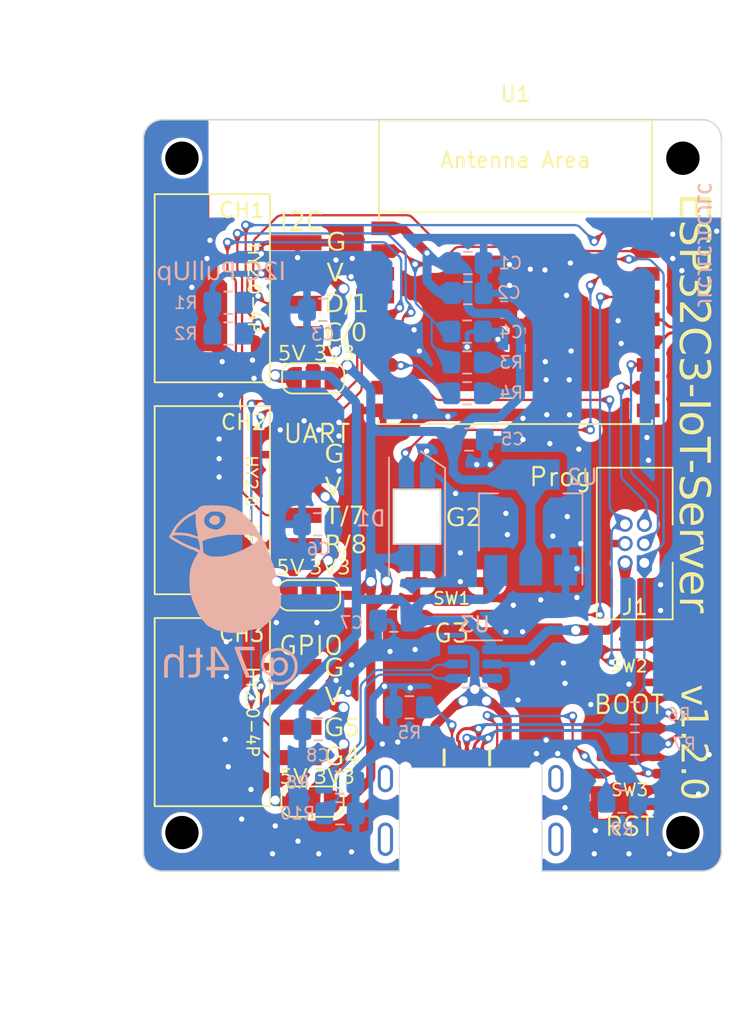
<source format=kicad_pcb>
(kicad_pcb (version 20221018) (generator pcbnew)
  (layers (0 "F.Cu" signal) (31 "B.Cu" signal) (34 "B.Paste" user) (35 "F.Paste" user) (36 "B.SilkS" user "B.Silkscreen") (37 "F.SilkS" user "F.Silkscreen") (38 "B.Mask" user) (39 "F.Mask" user) (44 "Edge.Cuts" user))
  (net 0 "")
  (net 1 "+3V3")
  (net 2 "GND")
  (net 3 "+5V")
  (net 4 "/EN")
  (net 5 "/G0")
  (net 6 "/G1")
  (net 7 "Net-(CH1-VCC)")
  (net 8 "/RX")
  (net 9 "/TX")
  (net 10 "Net-(CH2-VCC)")
  (net 11 "/G4")
  (net 12 "/G5")
  (net 13 "Net-(CH3-VCC)")
  (net 15 "/LED")
  (net 16 "Net-(J2-VBUS)")
  (net 17 "/USBD-")
  (net 18 "/USBD+")
  (net 19 "Net-(J2-CC1)")
  (net 20 "Net-(J2-CC2)")
  (net 21 "/BOOT")
  (net 22 "Net-(U1-GPIO8)")
  (net 23 "/G3")
  (net 24 "/G6")
  (net 25 "/G7")
  (net 27 "Net-(U4-EN#)")
  (net 28 "Net-(U4-ISET)")
  (net 30 "Net-(U1-GPIO18{slash}USB_D-)")
  (net 31 "Net-(U1-GPIO19{slash}USB_D+)")
  (footprint "$74th:M2-Hole" (layer "F.Cu") (at 166.37 116.84)
    (fp_text reference "M4" hide)
    (fp_text value "M2-Hole" hide)
  )
  (footprint "$74th:HY2.0_Socket_SMD_4Pin" (layer "F.Cu") (at 140.85 80.96 -90)
    (fp_text reference "CH1")
    (fp_text value "I2C")
  )
  (footprint "$74th:HY2.0_Socket_SMD_4Pin" (layer "F.Cu") (at 140.85 108.9 -90)
    (fp_text reference "CH3")
    (fp_text value "GPIO")
  )
  (footprint "$74th:USB-C-12-Pin-MidMount-ali-v5" (layer "F.Cu") (at 152.38 119.38)
    (fp_text reference "J2" hide)
    (fp_text value "USB2.0_C_v3")
    (fp_line (start -4.7 -6.8) (end -4.7 0) (stroke (width 0.05)) (layer "Edge.Cuts"))
    (fp_line (start 3.9 -6.8) (end -3.9 -6.8) (stroke (width 0.05)) (layer "Edge.Cuts"))
    (fp_line (start 4.7 -6.8) (end 4.7 0) (stroke (width 0.05)) (layer "Edge.Cuts"))
    (fp_arc (start -4.7 -6.8) (mid -4.3 -7.193079) (end -3.9 -6.8) (stroke (width 0.05)) (layer "Edge.Cuts"))
    (fp_arc (start 3.9 -6.8) (mid 4.3 -7.193079) (end 4.7 -6.8) (stroke (width 0.05)) (layer "Edge.Cuts"))
  )
  (footprint "$74th-imported:ESP32-C3-WROOM-02" (layer "F.Cu") (at 155.334 82.9128)
    (fp_text reference "U1")
    (fp_text value "ESP32-C3-WROOM-02")
  )
  (footprint "$74th:SKRPABE010" (layer "F.Cu") (at 151.13 101.405)
    (fp_text reference "SW1")
    (fp_text value "G3")
  )
  (footprint "$74th:SKRPABE010" (layer "F.Cu") (at 162.86 114.03 180)
    (fp_text reference "SW3")
    (fp_text value "RST")
  )
  (footprint "$74th:VCC_Selector_Jumper" (layer "F.Cu") (at 142 86.9)
    (fp_text reference "JP1" hide)
    (fp_text value "Jumper_3_Open")
  )
  (footprint "$74th:M2-Hole" (layer "F.Cu") (at 133.35 116.84)
    (fp_text reference "M3" hide)
    (fp_text value "M2-Hole" hide)
  )
  (footprint "$74th:BoxPinHeader_2x03_P1.27mm_Vertical" (layer "F.Cu") (at 163.195 97.79 180)
    (fp_text reference "J1")
    (fp_text value "Prog")
  )
  (footprint "$74th:VCC_Selector_Jumper" (layer "F.Cu") (at 141.732 101.2)
    (fp_text reference "JP2" hide)
    (fp_text value "Jumper_3_Open")
  )
  (footprint "$74th:VCC_Selector_Jumper" (layer "F.Cu") (at 141.956 114.8)
    (fp_text reference "JP3" hide)
    (fp_text value "Jumper_3_Open")
  )
  (footprint "$74th:SKRPABE010" (layer "F.Cu") (at 162.815 105.865 180)
    (fp_text reference "SW2")
    (fp_text value "BOOT")
  )
  (footprint "$74th:M2-Hole" (layer "F.Cu") (at 166.37 72.39)
    (fp_text reference "M2" hide)
    (fp_text value "M2-Hole" hide)
  )
  (footprint "$74th:M2-Hole" (layer "F.Cu") (at 133.35 72.39)
    (fp_text reference "M1" hide)
    (fp_text value "M2-Hole" hide)
  )
  (footprint "$74th:HY2.0_Socket_SMD_4Pin" (layer "F.Cu") (at 140.85 94.93 -90)
    (fp_text reference "CH2")
    (fp_text value "UART")
  )
  (footprint "$74th:Capacitor_0805_2012" (layer "B.Cu") (at 142.3 96.52 180)
    (fp_text reference "C6")
    (fp_text value "10u" hide)
  )
  (footprint "$74th:Capacitor_0805_2012" (layer "B.Cu") (at 148.336 108.585 180)
    (fp_text reference "R5")
    (fp_text value "5.1k" hide)
  )
  (footprint "$74th:Capacitor_0805_2012" (layer "B.Cu") (at 142.63 82.38 180)
    (fp_text reference "C3")
    (fp_text value "10u" hide)
  )
  (footprint "$74th:Capacitor_0805_2012" (layer "B.Cu") (at 152.146 85.852 180)
    (fp_text reference "R3")
    (fp_text value "10k" hide)
  )
  (footprint "$74th:JLCJLCJLCJLC" (layer "B.Cu") (at 167.767 78.105 90)
    (fp_text reference "REF**" hide)
    (fp_text value "JLCJLCJLCJLC")
  )
  (footprint "$74th:Capacitor_0805_2012" (layer "B.Cu") (at 163.2 110.98)
    (fp_text reference "R7")
    (fp_text value "27.4" hide)
  )
  (footprint "$74th:Capacitor_0805_2012" (layer "B.Cu") (at 142.33 110.02 180)
    (fp_text reference "C8")
    (fp_text value "10u" hide)
  )
  (footprint "$74th:Capacitor_0805_2012" (layer "B.Cu") (at 152.1968 81.28)
    (fp_text reference "C2")
    (fp_text value "100n" hide)
  )
  (footprint "Package_TO_SOT_SMD:SOT-223-3_TabPin2" (layer "B.Cu") (at 156.337 96.393 90)
    (fp_text reference "U2")
    (fp_text value "AMS1117-3.3")
  )
  (footprint "$74th:Capacitor_0805_2012" (layer "B.Cu") (at 147.32 102.87 180)
    (fp_text reference "C7")
    (fp_text value "10u" hide)
  )
  (footprint "$74th:Capacitor_0805_2012" (layer "B.Cu") (at 136.398 81.915)
    (fp_text reference "R1")
    (fp_text value "1k(NC)" hide)
  )
  (footprint "$74th:Capacitor_0805_2012" (layer "B.Cu") (at 152.273 90.932)
    (fp_text reference "C5")
    (fp_text value "10u" hide)
  )
  (footprint "$74th:Capacitor_0805_2012" (layer "B.Cu") (at 136.398 83.947)
    (fp_text reference "R2")
    (fp_text value "1k(NC)" hide)
  )
  (footprint "$74th:Capacitor_0805_2012" (layer "B.Cu") (at 143.7425 113.538)
    (fp_text reference "R8")
    (fp_text value "56k" hide)
  )
  (footprint "$74th:74th-10mm" (layer "B.Cu") (at 136.45 99.9 180)
    (fp_text reference "G***" hide)
    (fp_text value "LOGO" hide)
  )
  (footprint "$74th:Capacitor_0805_2012" (layer "B.Cu") (at 152.1968 79.2988)
    (fp_text reference "C1")
    (fp_text value "1u" hide)
  )
  (footprint "$74th:Capacitor_0805_2012" (layer "B.Cu") (at 163.2 108.98)
    (fp_text reference "R6")
    (fp_text value "27.4" hide)
  )
  (footprint "$74th:Capacitor_0805_2012" (layer "B.Cu") (at 162.3625 114.8)
    (fp_text reference "R9")
    (fp_text value "5.1k" hide)
  )
  (footprint "$74th:Capacitor_0805_2012" (layer "B.Cu") (at 152.146 87.884 180)
    (fp_text reference "R4")
    (fp_text value "10k" hide)
  )
  (footprint "Package_TO_SOT_SMD:SOT-23-6" (layer "B.Cu") (at 152.6595 105.73 180)
    (fp_text reference "U3")
    (fp_text value "CH217K")
  )
  (footprint "$74th:YS-SK6812MINI-E-BACK-RIGHT" (layer "B.Cu") (at 148.844 96.012 -90)
    (fp_text reference "D1")
    (fp_text value "SK6812MINI")
    (fp_line (start -1.8 -1.55) (end 1.8 -1.55) (stroke (width 0.12)) (layer "Edge.Cuts"))
    (fp_line (start -1.8 1.55) (end -1.8 -1.55) (stroke (width 0.12)) (layer "Edge.Cuts"))
    (fp_line (start 1.8 -1.55) (end 1.8 1.55) (stroke (width 0.12)) (layer "Edge.Cuts"))
    (fp_line (start 1.8 1.55) (end -1.8 1.55) (stroke (width 0.12)) (layer "Edge.Cuts"))
  )
  (footprint "$74th:Capacitor_0805_2012" (layer "B.Cu") (at 143.764 115.57)
    (fp_text reference "R10")
    (fp_text value "10k" hide)
  )
  (footprint "$74th:Capacitor_0805_2012" (layer "B.Cu") (at 152.146 83.82)
    (fp_text reference "C4")
    (fp_text value "100n" hide)
  )
  (footprint "$74th:twitter" (layer "B.Cu") (at 140.081 84.963 180)
    (fp_text reference "REF**" hide)
    (fp_text value "twitter" hide)
  )
  (gr_arc (start 132.08 119.38) (mid 131.181974 119.008026) (end 130.81 118.11) (stroke (width 0.1)) (layer "Edge.Cuts"))
  (gr_line (start 147.68 119.38) (end 132.08 119.38) (stroke (width 0.1)) (layer "Edge.Cuts"))
  (gr_arc (start 168.91 118.11) (mid 168.538026 119.008026) (end 167.64 119.38) (stroke (width 0.1)) (layer "Edge.Cuts"))
  (gr_line (start 167.64 69.85) (end 132.08 69.85) (stroke (width 0.1)) (layer "Edge.Cuts"))
  (gr_line (start 130.81 71.12) (end 130.81 118.11) (stroke (width 0.1)) (layer "Edge.Cuts"))
  (gr_line (start 167.64 119.38) (end 157.08 119.38) (stroke (width 0.1)) (layer "Edge.Cuts"))
  (gr_arc (start 130.81 71.12) (mid 131.181974 70.221974) (end 132.08 69.85) (stroke (width 0.1)) (layer "Edge.Cuts"))
  (gr_arc (start 167.64 69.85) (mid 168.538026 70.221974) (end 168.91 71.12) (stroke (width 0.1)) (layer "Edge.Cuts"))
  (gr_line (start 168.91 71.12) (end 168.91 118.11) (stroke (width 0.1)) (layer "Edge.Cuts"))
  (gr_text "I2C PullUp" (at 140.208 80.6196) (layer "B.SilkS") (effects (font (size 1.2 1.2) (thickness 0.12)) (justify left bottom mirror)))
  (gr_text "G2" (at 150.749 96.139) (layer "F.SilkS") (effects (font (size 1.2 1.2) (thickness 0.12)) (justify left)))
  (gr_text "v1.2.0" (at 167.005 107.061 270) (layer "F.SilkS") (effects (font (size 1.75 1.75) (thickness 0.12)) (justify left)))
  (gr_text "G" (at 142.875 77.978) (layer "F.SilkS") (effects (font (size 1.2 1.2) (thickness 0.12)) (justify left)))
  (gr_text "G5" (at 142.748 109.982) (layer "F.SilkS") (effects (font (size 1.2 1.2) (thickness 0.12)) (justify left)))
  (gr_text "V" (at 142.875 80.01) (layer "F.SilkS") (effects (font (size 1.2 1.2) (thickness 0.12)) (justify left)))
  (gr_text "G" (at 142.748 91.948) (layer "F.SilkS") (effects (font (size 1.2 1.2) (thickness 0.12)) (justify left)))
  (gr_text "D/1" (at 142.748 82.042) (layer "F.SilkS") (effects (font (size 1.2 1.2) (thickness 0.12)) (justify left)))
  (gr_text "R/8" (at 142.748 97.917) (layer "F.SilkS") (effects (font (size 1.2 1.2) (thickness 0.12)) (justify left)))
  (gr_text "ESP32C3-IoT-Server" (at 167.005 74.676 270) (layer "F.SilkS") (effects (font (size 2 2) (thickness 0.12)) (justify left)))
  (gr_text "C/0" (at 142.748 83.947) (layer "F.SilkS") (effects (font (size 1.2 1.2) (thickness 0.12)) (justify left)))
  (gr_text "G4" (at 142.748 111.887) (layer "F.SilkS") (effects (font (size 1.2 1.2) (thickness 0.12)) (justify left)))
  (gr_text "V" (at 142.748 94.107) (layer "F.SilkS") (effects (font (size 1.2 1.2) (thickness 0.12)) (justify left)))
  (gr_text "V" (at 142.748 107.95) (layer "F.SilkS") (effects (font (size 1.2 1.2) (thickness 0.12)) (justify left)))
  (gr_text "T/7" (at 142.748 96.012) (layer "F.SilkS") (effects (font (size 1.2 1.2) (thickness 0.12)) (justify left)))
  (gr_text "G" (at 142.748 106.045) (layer "F.SilkS") (effects (font (size 1.2 1.2) (thickness 0.12)) (justify left)))
  (segment (start 143.032 101.2) (end 144.692893 101.2) (width 0.6) (layer "F.Cu") (net 1))
  (segment (start 146.693553 101.246447) (end 145.87 102.07) (width 0.6) (layer "F.Cu") (net 1))
  (segment (start 146.84 100.27) (end 146.84 100.892893) (width 0.6) (layer "F.Cu") (net 1))
  (segment (start 146.584 77.0128) (end 147.671693 77.0128) (width 0.6) (layer "F.Cu") (net 1))
  (segment (start 145.796 102.07) (end 145.796 113.096893) (width 0.6) (layer "F.Cu") (net 1))
  (segment (start 144.092893 114.8) (end 143.256 114.8) (width 0.6) (layer "F.Cu") (net 1))
  (segment (start 145.796 100.304) (end 145.796 102.07) (width 0.6) (layer "F.Cu") (net 1))
  (segment (start 145.87 102.07) (end 145.796 102.07) (width 0.6) (layer "F.Cu") (net 1))
  (segment (start 145.8 100.3) (end 145.796 100.304) (width 0.6) (layer "F.Cu") (net 1))
  (segment (start 145.046447 101.053553) (end 145.8 100.3) (width 0.6) (layer "F.Cu") (net 1))
  (segment (start 145.649553 113.450447) (end 144.446446 114.653554) (width 0.6) (layer "F.Cu") (net 1))
  (segment (start 143.41 86.9) (end 144.25 86.06) (width 0.6) (layer "F.Cu") (net 1))
  (segment (start 148.025247 77.159247) (end 149.5044 78.6384) (width 0.6) (layer "F.Cu") (net 1))
  (via (at 144.25 86.06) (size 0.8) (drill 0.6) (layers "F.Cu" "B.Cu") (net 1))
  (via (at 146.84 100.27) (size 0.8) (drill 0.6) (layers "F.Cu" "B.Cu") (net 1))
  (via (at 145.8 100.3) (size 0.8) (drill 0.6) (layers "F.Cu" "B.Cu") (net 1))
  (via (at 149.5044 78.6384) (size 0.6) (drill 0.35) (layers "F.Cu" "B.Cu") (net 1))
  (arc (start 145.046447 101.053553) (mid 144.884235 101.16194) (end 144.692893 101.2) (width 0.6) (layer "F.Cu") (net 1))
  (arc (start 145.649553 113.450447) (mid 145.75794 113.288235) (end 145.796 113.096893) (width 0.6) (layer "F.Cu") (net 1))
  (arc (start 148.025247 77.159247) (mid 147.863035 77.05086) (end 147.671693 77.0128) (width 0.6) (layer "F.Cu") (net 1))
  (arc (start 146.693553 101.246447) (mid 146.80194 101.084235) (end 146.84 100.892893) (width 0.6) (layer "F.Cu") (net 1))
  (arc (start 144.092893 114.8) (mid 144.284234 114.76194) (end 144.446446 114.653554) (width 0.6) (layer "F.Cu") (net 1))
  (segment (start 155.513553 83.413553) (end 154.866446 82.766446) (width 0.6) (layer "B.Cu") (net 1))
  (segment (start 149.5 80.5) (end 149.5044 80.4956) (width 0.6) (layer "B.Cu") (net 1))
  (segment (start 144.25 86.06) (end 145.649554 87.459554) (width 0.6) (layer "B.Cu") (net 1))
  (segment (start 151.2355 90.932) (end 151.2355 93.0945) (width 0.6) (layer "B.Cu") (net 1))
  (segment (start 152.1868 81.28) (end 152.1968 81.29) (width 0.6) (layer "B.Cu") (net 1))
  (segment (start 146.693553 99.577553) (end 145.878 98.762) (width 0.6) (layer "B.Cu") (net 1))
  (segment (start 155.66 87.87) (end 153.1975 87.87) (width 0.6) (layer "B.Cu") (net 1))
  (segment (start 156.337 99.543) (end 156.337 93.243) (width 0.6) (layer "B.Cu") (net 1))
  (segment (start 145.796 100.296) (end 145.796 98.68) (width 0.6) (layer "B.Cu") (net 1))
  (segment (start 152.050353 79.670353) (end 151.6788 79.2988) (width 0.6) (layer "B.Cu") (net 1))
  (segment (start 149.5044 80.4956) (end 149.5044 78.6384) (width 0.6) (layer "B.Cu") (net 1))
  (segment (start 152.687107 89.48) (end 154.052893 89.48) (width 0.6) (layer "B.Cu") (net 1))
  (segment (start 150.018353 79.152353) (end 149.5044 78.6384) (width 0.6) (layer "B.Cu") (net 1))
  (segment (start 145.8 100.3) (end 145.796 100.296) (width 0.6) (layer "B.Cu") (net 1))
  (segment (start 145.878 98.762) (end 145.796 98.68) (width 0.6) (layer "B.Cu") (net 1))
  (segment (start 148.144 98.762) (end 145.878 98.762) (width 0.6) (layer "B.Cu") (net 1))
  (segment (start 151.2355 90.932) (end 150.849946 90.546446) (width 0.6) (layer "B.Cu") (net 1))
  (segment (start 150.496393 90.4) (end 146.403107 90.4) (width 0.6) (layer "B.Cu") (net 1))
  (segment (start 154.512893 82.62) (end 152.797107 82.62) (width 0.6) (layer "B.Cu") (net 1))
  (segment (start 151.1593 81.28) (end 150.487107 81.28) (width 0.6) (layer "B.Cu") (net 1))
  (segment (start 151.2355 90.7245) (end 152.333554 89.626446) (width 0.6) (layer "B.Cu") (net 1))
  (segment (start 151.907107 93.59) (end 155.99 93.59) (width 0.6) (layer "B.Cu") (net 1))
  (segment (start 151.2355 93.0945) (end 151.22 93.11) (width 0.6) (layer "B.Cu") (net 1))
  (segment (start 150.133553 81.133553) (end 149.5 80.5) (width 0.6) (layer "B.Cu") (net 1))
  (segment (start 152.443553 82.473553) (end 152.343246 82.373246) (width 0.6) (layer "B.Cu") (net 1))
  (segment (start 152.1968 81.29) (end 152.1968 80.023907) (width 0.6) (layer "B.Cu") (net 1))
  (segment (start 146.84 100.27) (end 146.84 99.931107) (width 0.6) (layer "B.Cu") (net 1))
  (segment (start 145.796 90) (end 145.796 98.68) (width 0.6) (layer "B.Cu") (net 1))
  (segment (start 145.796 87.813107) (end 145.796 90) (width 0.6) (layer "B.Cu") (net 1))
  (segment (start 155.66 88.08) (end 155.66 85.83) (width 0.6) (layer "B.Cu") (net 1))
  (segment (start 151.1593 81.28) (end 152.1868 81.28) (width 0.6) (layer "B.Cu") (net 1))
  (segment (start 154.406447 89.333553) (end 155.66 88.08) (width 0.6) (layer "B.Cu") (net 1))
  (segment (start 155.66 88.08) (end 155.66 87.87) (width 0.6) (layer "B.Cu") (net 1))
  (segment (start 155.638 85.852) (end 155.66 85.83) (width 0.6) (layer "B.Cu") (net 1))
  (segment (start 153.1835 85.852) (end 155.638 85.852) (width 0.6) (layer "B.Cu") (net 1))
  (segment (start 152.1968 82.019693) (end 152.1968 81.29) (width 0.6) (layer "B.Cu") (net 1))
  (segment (start 151.1593 79.2988) (end 150.371907 79.2988) (width 0.6) (layer "B.Cu") (net 1))
  (segment (start 155.66 85.83) (end 155.66 83.767107) (width 0.6) (layer "B.Cu") (net 1))
  (segment (start 151.22 93.11) (end 151.553554 93.443554) (width 0.6) (layer "B.Cu") (net 1))
  (segment (start 146.049553 90.253553) (end 145.796 90) (width 0.6) (layer "B.Cu") (net 1))
  (arc (start 152.797107 82.62) (mid 152.605765 82.58194) (end 152.443553 82.473553) (width 0.6) (layer "B.Cu") (net 1))
  (arc (start 150.487107 81.28) (mid 150.295765 81.24194) (end 150.133553 81.133553) (width 0.6) (layer "B.Cu") (net 1))
  (arc (start 150.496393 90.4) (mid 150.687734 90.43806) (end 150.849946 90.546446) (width 0.6) (layer "B.Cu") (net 1))
  (arc (start 145.649554 87.459554) (mid 145.75794 87.621766) (end 145.796 87.813107) (width 0.6) (layer "B.Cu") (net 1))
  (arc (start 152.050353 79.670353) (mid 152.15874 79.832565) (end 152.1968 80.023907) (width 0.6) (layer "B.Cu") (net 1))
  (arc (start 155.513553 83.413553) (mid 155.62194 83.575765) (end 155.66 83.767107) (width 0.6) (layer "B.Cu") (net 1))
  (arc (start 154.406447 89.333553) (mid 154.244235 89.44194) (end 154.052893 89.48) (width 0.6) (layer "B.Cu") (net 1))
  (arc (start 146.693553 99.577553) (mid 146.80194 99.739765) (end 146.84 99.931107) (width 0.6) (layer "B.Cu") (net 1))
  (arc (start 152.333554 89.626446) (mid 152.495766 89.51806) (end 152.687107 89.48) (width 0.6) (layer "B.Cu") (net 1))
  (arc (start 146.049553 90.253553) (mid 146.211765 90.36194) (end 146.403107 90.4) (width 0.6) (layer "B.Cu") (net 1))
  (arc (start 150.018353 79.152353) (mid 150.180565 79.26074) (end 150.371907 79.2988) (width 0.6) (layer "B.Cu") (net 1))
  (arc (start 151.907107 93.59) (mid 151.715766 93.55194) (end 151.553554 93.443554) (width 0.6) (layer "B.Cu") (net 1))
  (arc (start 154.512893 82.62) (mid 154.704234 82.65806) (end 154.866446 82.766446) (width 0.6) (layer "B.Cu") (net 1))
  (arc (start 152.343246 82.373246) (mid 152.23486 82.211034) (end 152.1968 82.019693) (width 0.6) (layer "B.Cu") (net 1))
  (segment (start 138.5824 78.6892) (end 138.5824 78.1706) (width 0.3) (layer "F.Cu") (net 2))
  (segment (start 140.97 77.96) (end 143.335693 77.96) (width 0.3) (layer "F.Cu") (net 2))
  (segment (start 155.726447 111.100553) (end 155.936554 110.890446) (width 0.3) (layer "F.Cu") (net 2))
  (segment (start 143.689247 78.106447) (end 144.5768 78.994) (width 0.3) (layer "F.Cu") (net 2))
  (segment (start 140.97 77.96) (end 140.97 78.9432) (width 0.3) (layer "F.Cu") (net 2))
  (segment (start 138.5824 78.1706) (end 138.646554 78.106446) (width 0.3) (layer "F.Cu") (net 2))
  (segment (start 155.58 111.855) (end 156.288893 111.855) (width 0.3) (layer "F.Cu") (net 2))
  (segment (start 156.642447 111.708553) (end 156.718 111.633) (width 0.3) (layer "F.Cu") (net 2))
  (segment (start 162.56 97.79) (end 159.639 97.79) (width 0.3) (layer "F.Cu") (net 2))
  (segment (start 156.290107 110.744) (end 157.353 110.744) (width 0.3) (layer "F.Cu") (net 2))
  (segment (start 139.000107 77.96) (end 140.97 77.96) (width 0.3) (layer "F.Cu") (net 2))
  (via (at 137.287 115.951) (size 0.6) (drill 0.35) (layers "F.Cu" "B.Cu") (net 2))
  (via (at 139.319 118.237) (size 0.6) (drill 0.35) (layers "F.Cu" "B.Cu") (net 2))
  (via (at 148.4 107.3) (size 0.6) (drill 0.35) (layers "F.Cu" "B.Cu") (net 2))
  (via (at 136.4 112.5) (size 0.6) (drill 0.35) (layers "F.Cu" "B.Cu") (net 2))
  (via (at 160.528 118.237) (size 0.6) (drill 0.35) (layers "F.Cu" "B.Cu") (net 2))
  (via (at 162.814 118.237) (size 0.6) (drill 0.35) (layers "F.Cu" "B.Cu") (net 2))
  (via (at 138.1 86.9) (size 0.6) (drill 0.35) (layers "F.Cu" "B.Cu") (net 2))
  (via (at 152.781 92.583) (size 0.6) (drill 0.35) (layers "F.Cu" "B.Cu") (net 2))
  (via (at 167.4 114.3) (size 0.6) (drill 0.35) (layers "F.Cu" "B.Cu") (net 2))
  (via (at 157 101.5) (size 0.6) (drill 0.35) (layers "F.Cu" "B.Cu") (net 2))
  (via (at 138 85.7) (size 0.6) (drill 0.35) (layers "F.Cu" "B.Cu") (net 2))
  (via (at 141.4 89.7) (size 0.6) (drill 0.35) (layers "F.Cu" "B.Cu") (net 2))
  (via (at 143.7 93) (size 0.6) (drill 0.35) (layers "F.Cu" "B.Cu") (net 2))
  (via (at 139.573 102.997) (size 0.6) (drill 0.35) (layers "F.Cu" "B.Cu") (net 2))
  (via (at 157.8 97.3) (size 0.6) (drill 0.35) (layers "F.Cu" "B.Cu") (net 2))
  (via (at 156.464 105.664) (size 0.6) (drill 0.35) (layers "F.Cu" "B.Cu") (net 2))
  (via (at 144.526 118.11) (size 0.6) (drill 0.35) (layers "F.Cu" "B.Cu") (net 2))
  (via (at 159.385 99.441) (size 0.6) (drill 0.35) (layers "F.Cu" "B.Cu") (net 2))
  (via (at 152.146 84.836) (size 0.6) (drill 0.35) (layers "F.Cu" "B.Cu") (net 2))
  (via (at 136.271 106.553) (size 0.6) (drill 0.35) (layers "F.Cu" "B.Cu") (net 2))
  (via (at 142.367 90.297) (size 0.6) (drill 0.35) (layers "F.Cu" "B.Cu") (net 2))
  (via (at 136.271 104.267) (size 0.6) (drill 0.35) (layers "F.Cu" "B.Cu") (net 2))
  (via (at 158.6992 81.4324) (size 0.6) (drill 0.35) (layers "F.Cu" "B.Cu") (net 2))
  (via (at 147.574 110.871) (size 0.6) (drill 0.35) (layers "F.Cu" "B.Cu") (net 2))
  (via (at 139.5 116.4) (size 0.6) (drill 0.35) (layers "F.Cu" "B.Cu") (net 2))
  (via (at 155.8 103.6) (size 0.6) (drill 0.35) (layers "F.Cu" "B.Cu") (net 2))
  (via (at 155.829 90.932) (size 0.6) (drill 0.35) (layers "F.Cu" "B.Cu") (net 2))
  (via (at 157.4 89.3) (size 0.6) (drill 0.35) (layers "F.Cu" "B.Cu") (net 2))
  (via (at 155.194 101.854) (size 0.6) (drill 0.35) (layers "F.Cu" "B.Cu") (net 2))
  (via (at 164.1 92.3) (size 0.6) (drill 0.35) (layers "F.Cu" "B.Cu") (net 2))
  (via (at 149 85.1) (size 0.6) (drill 0.35) (layers "F.Cu" "B.Cu") (net 2))
  (via (at 136.2 110.7) (size 0.6) (drill 0.35) (layers "F.Cu" "B.Cu") (net 2))
  (via (at 140.97 78.9432) (size 0.6) (drill 0.35) (layers "F.Cu" "B.Cu") (net 2))
  (via (at 162.814 107.061) (size 0.6) (drill 0.35) (layers "F.Cu" "B.Cu") (net 2))
  (via (at 135.8 90.9) (size 0.6) (drill 0.35) (layers "F.Cu" "B.Cu") (net 2))
  (via (at 146.558 110.998) (size 0.6) (drill 0.35) (layers "F.Cu" "B.Cu") (net 2))
  (via (at 158.75 96.012) (size 0.6) (drill 0.35) (layers "F.Cu" "B.Cu") (net 2))
  (via (at 144.5768 78.994) (size 0.6) (drill 0.35) (layers "F.Cu" "B.Cu") (net 2))
  (via (at 155.5 108.1) (size 0.6) (drill 0.35) (layers "F.Cu" "B.Cu") (net 2))
  (via (at 168.1 111.7) (size 0.6) (drill 0.35) (layers "F.Cu" "B.Cu") (net 2))
  (via (at 142.24 102.997) (size 0.6) (drill 0.35) (layers "F.Cu" "B.Cu") (net 2))
  (via (at 159.639 97.79) (size 0.6) (drill 0.35) (layers "F.Cu" "B.Cu") (net 2))
  (via (at 143.7 90.7) (size 0.6) (drill 0.35) (layers "F.Cu" "B.Cu") (net 2))
  (via (at 165.481 118.237) (size 0.6) (drill 0.35) (layers "F.Cu" "B.Cu") (net 2))
  (via (at 139.827 90.297) (size 0.6) (drill 0.35) (layers "F.Cu" "B.Cu") (net 2))
  (via (at 158.9532 79.2988) (size 0.6) (drill 0.35) (layers "F.Cu" "B.Cu") (net 2))
  (via (at 154.8 97.2) (size 0.6) (drill 0.35) (layers "F.Cu" "B.Cu") (net 2))
  (via (at 157.353 110.744) (size 0.6) (drill 0.35) (layers "F.Cu" "B.Cu") (net 2))
  (via (at 159 85.1) (size 0.6) (drill 0.35) (layers "F.Cu" "B.Cu") (net 2))
  (via (at 137.9 114) (size 0.6) (drill 0.35) (layers "F.Cu" "B.Cu") (net 2))
  (via (at 157.6 91.2) (size 0.6) (drill 0.35) (layers "F.Cu" "B.Cu") (net 2))
  (via (at 158.6 115.2) (size 0.6) (drill 0.35) (layers "F.Cu" "B.Cu") (net 2))
  (via (at 150.876 89.408) (size 0.6) (drill 0.35) (layers "F.Cu" "B.Cu") (net 2))
  (via (at 156.718 111.633) (size 0.6) (drill 0.35) (layers "F.Cu" "B.Cu") (net 2))
  (via (at 138.5824 78.6892) (size 0.6) (drill 0.35) (layers "F.Cu" "B.Cu") (net 2))
  (via (at 154.178 84.328) (size 0.6) (drill 0.35) (layers "F.Cu" "B.Cu") (net 2))
  (via (at 158.877 86.995) (size 0.6) (drill 0.35) (layers "F.Cu" "B.Cu") (net 2))
  (via (at 154.94 80.772) (size 0.6) (drill 0.35) (layers "F.Cu" "B.Cu") (net 2))
  (via (at 164.9 100.5) (size 0.6) (drill 0.35) (layers "F.Cu" "B.Cu") (net 2))
  (via (at 153.67 92.583) (size 0.6) (drill 0.35) (layers "F.Cu" "B.Cu") (net 2))
  (via (at 155.829 89.535) (size 0.6) (drill 0.35) (layers "F.Cu" "B.Cu") (net 2))
  (via (at 156.3116 79.7052) (size 0.6) (drill 0.35) (layers "F.Cu" "B.Cu") (net 2))
  (via (at 151.384 94.488) (size 0.6) (drill 0.35) (layers "F.Cu" "B.Cu") (net 2))
  (via (at 154.7 103.6) (size 0.6) (drill 0.35) (layers "F.Cu" "B.Cu") (net 2))
  (via (at 158.9 89.3) (size 0.6) (drill 0.35) (layers "F.Cu" "B.Cu") (net 2))
  (via (at 157.2768 79.756) (size 0.6) (drill 0.35) (layers "F.Cu" "B.Cu") (net 2))
  (via (at 135.8 92.2) (size 0.6) (drill 0.35) (layers "F.Cu" "B.Cu") (net 2))
  (via (at 159.512 91.567) (size 0.6) (drill 0.35) (layers "F.Cu" "B.Cu") (net 2))
  (via (at 151.7 98.4) (size 0.6) (drill 0.35) (layers "F.Cu" "B.Cu") (net 2))
  (via (at 158.6 107) (size 0.6) (drill 0.35) (layers "F.Cu" "B.Cu") (net 2))
  (via (at 143.7 89.8) (size 0.6) (drill 0.35) (layers "F.Cu" "B.Cu") (net 2))
  (via (at 157.353 86.995) (size 0.6) (drill 0.35) (layers "F.Cu" "B.Cu") (net 2))
  (via (at 162.3 84.6) (size 0.6) (drill 0.35) (layers "F.Cu" "B.Cu") (net 2))
  (via (at 154.7 95.8) (size 0.6) (drill 0.35) (layers "F.Cu" "B.Cu") (net 2))
  (via (at 165.7 77.4) (size 0.6) (drill 0.35) (layers "F.Cu" "B.Cu") (net 2))
  (via (at 135 79) (size 0.6) (drill 0.35) (layers "F.Cu" "B.Cu") (net 2))
  (via (at 157.3 85.8) (size 0.6) (drill 0.35) (layers "F.Cu" "B.Cu") (net 2))
  (via (at 164 90.8) (size 0.6) (drill 0.35) (layers "F.Cu" "B.Cu") (net 2))
  (via (at 146.7 107.2) (size 0.6) (drill 0.35) (layers "F.Cu" "B.Cu") (net 2))
  (via (at 142.367 118.237) (size 0.6) (drill 0.35) (layers "F.Cu" "B.Cu") (net 2))
  (via (at 148.717 89.408) (size 0.6) (drill 0.35) (layers "F.Cu" "B.Cu") (net 2))
  (via (at 135.9 88) (size 0.6) (drill 0.35) (layers "F.Cu" "B.Cu") (net 2))
  (via (at 166.3 79.8) (size 0.6) (drill 0.35) (layers "F.Cu" "B.Cu") (net 2))
  (via (at 141 117.4) (size 0.6) (drill 0.35) (layers "F.Cu" "B.Cu") (net 2))
  (via (at 162.8 116.3) (size 0.6) (drill 0.35) (layers "F.Cu" "B.Cu") (net 2))
  (via (at 148.65 83.7) (size 0.6) (drill 0.35) (layers "F.Cu" "B.Cu") (net 2))
  (via (at 158.496 105.664) (size 0.6) (drill 0.35) (layers "F.Cu" "B.Cu") (net 2))
  (via (at 135.2 77.8) (size 0.6) (drill 0.35) (layers "F.Cu" "B.Cu") (net 2))
  (via (at 144.5 80.2) (size 0.6) (drill 0.35) (layers "F.Cu" "B.Cu") (net 2))
  (via (at 159.385 101.346) (size 0.6) (drill 0.35) (layers "F.Cu" "B.Cu") (net 2))
  (via (at 135.8 93.4) (size 0.6) (drill 0.35) (layers "F.Cu" "B.Cu") (net 2))
  (via (at 134 80.9) (size 0.6) (drill 0.35) (layers "F.Cu" "B.Cu") (net 2))
  (via (at 158.115 111.633) (size 0.6) (drill 0.35) (layers "F.Cu" "B.Cu") (net 2))
  (via (at 149.479 91.694) (size 0.6) (drill 0.35) (layers "F.Cu" "B.Cu") (net 2))
  (via (at 168.6 77.2) (size 0.6) (drill 0.35) (layers "F.Cu" "B.Cu") (net 2))
  (via (at 165.7 79) (size 0.6) (drill 0.35) (layers "F.Cu" "B.Cu") (net 2))
  (via (at 151.7 100.3) (size 0.6) (drill 0.35) (layers "F.Cu" "B.Cu") (net 2))
  (via (at 147.066 104.902) (size 0.6) (drill 0.35) (layers "F.Cu" "B.Cu") (net 2))
  (via (at 143.51 106.807) (size 0.6) (drill 0.35) (layers "F.Cu" "B.Cu") (net 2))
  (via (at 143.5 79.1) (size 0.6) (drill 0.35) (layers "F.Cu" "B.Cu") (net 2))
  (via (at 136 85.8) (size 0.6) (drill 0.35) (layers "F.Cu" "B.Cu") (net 2))
  (via (at 144.3 107.6) (size 0.6) (drill 0.35) (layers "F.Cu" "B.Cu") (net 2))
  (via (at 162.1 83.1) (size 0.6) (drill 0.35) (layers "F.Cu" "B.Cu") (net 2))
  (via (at 148.717 104.775) (size 0.6) (drill 0.35) (layers "F.Cu" "B.Cu") (net 2))
  (via (at 160.3 108.4) (size 0.6) (drill 0.35) (layers "F.Cu" "B.Cu") (net 2))
  (via (at 160.6 116.7) (size 0.6) (drill 0.35) (layers "F.Cu" "B.Cu") (net 2))
  (via (at 154.94 79.4004) (size 0.6) (drill 0.35) (layers "F.Cu" "B.Cu") (net 2))
  (via (at 144.526 105.791) (size 0.6) (drill 0.35) (layers "F.Cu" "B.Cu") (net 2))
  (via (at 164.9 102.2) (size 0.6) (drill 0.35) (layers "F.Cu" "B.Cu") (net 2))
  (arc (start 156.642447 111.708553) (mid 156.480235 111.81694) (end 156.288893 111.855) (width 0.3) (layer "F.Cu") (net 2))
  (arc (start 139.000107 77.96) (mid 138.808766 77.99806) (end 138.646554 78.106446) (width 0.3) (layer "F.Cu") (net 2))
  (arc (start 156.290107 110.744) (mid 156.098766 110.78206) (end 155.936554 110.890446) (width 0.3) (layer "F.Cu") (net 2))
  (arc (start 155.726447 111.100553) (mid 155.61806 111.262765) (end 155.58 111.454107) (width 0.3) (layer "F.Cu") (net 2))
  (arc (start 143.689247 78.106447) (mid 143.527035 77.99806) (end 143.335693 77.96) (width 0.3) (layer "F.Cu") (net 2))
  (segment (start 148.717 104.775) (end 148.163874 104.775) (width 0.3) (layer "B.Cu") (net 2))
  (segment (start 146.7 107.2) (end 146.071446 107.828554) (width 0.5) (layer "B.Cu") (net 2))
  (segment (start 144.526 118.11) (end 144.526 118.074) (width 0.3) (layer "B.Cu") (net 2))
  (segment (start 145.653553 112.153553) (end 145.528 112.028) (width 0.3) (layer "B.Cu") (net 2))
  (segment (start 147.32 103.932893) (end 147.32 103.331107) (width 0.3) (layer "B.Cu") (net 2))
  (segment (start 146.2825 104.292393) (end 146.2825 102.87) (width 0.3) (layer "B.Cu") (net 2))
  (segment (start 153.816447 83.966447) (end 154.178 84.328) (width 0.3) (layer "B.Cu") (net 2))
  (segment (start 145.528 112.028) (end 146.558 110.998) (width 0.5) (layer "B.Cu") (net 2))
  (segment (start 146.071447 110.511447) (end 146.558 110.998) (width 0.5) (layer "B.Cu") (net 2))
  (segment (start 153.3105 90.932) (end 153.3105 91.508393) (width 0.3) (layer "B.Cu") (net 2))
  (segment (start 144.78 113.538) (end 144.78 112.983107) (width 0.5) (layer "B.Cu") (net 2))
  (segment (start 152.146 84.836) (end 152.146 83.9724) (width 0.3) (layer "B.Cu") (net 2))
  (segment (start 144.926447 112.629553) (end 145.528 112.028) (width 0.5) (layer "B.Cu") (net 2))
  (segment (start 147.81032 104.628553) (end 147.4209 104.239133) (width 0.3) (layer "B.Cu") (net 2))
  (segment (start 147.066 104.902) (end 146.893866 104.902) (width 0.3) (layer "B.Cu") (net 2))
  (segment (start 146.540312 104.755553) (end 146.383396 104.598637) (width 0.3) (layer "B.Cu") (net 2))
  (segment (start 147.066 102.87) (end 146.2825 102.87) (width 0.3) (layer "B.Cu") (net 2))
  (segment (start 147.173553 102.977553) (end 147.066 102.87) (width 0.3) (layer "B.Cu") (net 2))
  (segment (start 154.224893 81.28) (end 153.4375 81.28) (width 0.3) (layer "B.Cu") (net 2))
  (segment (start 154.94 80.772) (end 154.578446 81.133554) (width 0.3) (layer "B.Cu") (net 2))
  (segment (start 145.8 116.592893) (end 145.8 112.507107) (width 0.3) (layer "B.Cu") (net 2))
  (segment (start 152.146 83.9724) (end 152.151954 83.966446) (width 0.3) (layer "B.Cu") (net 2))
  (segment (start 153.3105 90.932) (end 155.829 90.932) (width 0.3) (layer "B.Cu") (net 2))
  (segment (start 144.526 118.074) (end 145.653554 116.946446) (width 0.3) (layer "B.Cu") (net 2))
  (segment (start 152.505507 83.82) (end 153.1835 83.82) (width 0.3) (layer "B.Cu") (net 2))
  (segment (start 145.925 108.182107) (end 145.925 110.157893) (width 0.5) (layer "B.Cu") (net 2))
  (segment (start 150.304447 93.408447) (end 151.384 94.488) (width 0.3) (layer "B.Cu") (net 2))
  (segment (start 149.544 93.262) (end 149.950893 93.262) (width 0.3) (layer "B.Cu") (net 2))
  (arc (start 152.505507 83.82) (mid 152.314166 83.85806) (end 152.151954 83.966446) (width 0.3) (layer "B.Cu") (net 2))
  (arc (start 146.540312 104.755553) (mid 146.702524 104.86394) (end 146.893866 104.902) (width 0.3) (layer "B.Cu") (net 2))
  (arc (start 148.163874 104.775) (mid 147.972532 104.73694) (end 147.81032 104.628553) (width 0.3) (layer "B.Cu") (net 2))
  (arc (start 145.8 116.592893) (mid 145.76194 116.784234) (end 145.653554 116.946446) (width 0.3) (layer "B.Cu") (net 2))
  (arc (start 145.8 112.507107) (mid 145.76194 112.315765) (end 145.653553 112.153553) (width 0.3) (layer "B.Cu") (net 2))
  (arc (start 146.071447 110.511447) (mid 145.96306 110.349235) (end 145.925 110.157893) (width 0.5) (layer "B.Cu") (net 2))
  (arc (start 146.383396 104.598637) (mid 146.309033 104.453114) (end 146.2825 104.292393) (width 0.3) (layer "B.Cu") (net 2))
  (arc (start 145.925 108.182107) (mid 145.96306 107.990766) (end 146.071446 107.828554) (width 0.5) (layer "B.Cu") (net 2))
  (arc (start 144.926447 112.629553) (mid 144.81806 112.791765) (end 144.78 112.983107) (width 0.5) (layer "B.Cu") (net 2))
  (arc (start 153.816447 83.966447) (mid 153.654235 83.85806) (end 153.462893 83.82) (width 0.3) (layer "B.Cu") (net 2))
  (arc (start 147.32 103.331107) (mid 147.28194 103.139765) (end 147.173553 102.977553) (width 0.3) (layer "B.Cu") (net 2))
  (arc (start 154.224893 81.28) (mid 154.416234 81.24194) (end 154.578446 81.133554) (width 0.3) (layer "B.Cu") (net 2))
  (arc (start 147.4209 104.239133) (mid 147.346533 104.093614) (end 147.32 103.932893) (width 0.3) (layer "B.Cu") (net 2))
  (arc (start 150.304447 93.408447) (mid 150.142235 93.30006) (end 149.950893 93.262) (width 0.3) (layer "B.Cu") (net 2))
  (segment (start 139.6 114.8) (end 139.5 114.7) (width 0.6) (layer "F.Cu") (net 3))
  (segment (start 140.7 86.9) (end 139.907107 86.9) (width 0.6) (layer "F.Cu") (net 3))
  (segment (start 140.656 114.8) (end 139.6 114.8) (width 0.6) (layer "F.Cu") (net 3))
  (segment (start 139.553553 86.753553) (end 139.5 86.7) (width 0.6) (layer "F.Cu") (net 3))
  (segment (start 162.56 102.282893) (end 162.56 99.06) (width 0.6) (layer "F.Cu") (net 3))
  (segment (start 139.6 100.368) (end 140.432 101.2) (width 0.6) (layer "F.Cu") (net 3))
  (segment (start 161.696447 103.353553) (end 162.413554 102.636446) (width 0.6) (layer "F.Cu") (net 3))
  (segment (start 159.3 103.5) (end 161.342893 103.5) (width 0.6) (layer "F.Cu") (net 3))
  (segment (start 139.6 100.3) (end 139.6 100.368) (width 0.6) (layer "F.Cu") (net 3))
  (via (at 139.5 114.7) (size 0.8) (drill 0.6) (layers "F.Cu" "B.Cu") (net 3))
  (via (at 159.3 103.5) (size 0.8) (drill 0.6) (layers "F.Cu" "B.Cu") (net 3))
  (via (at 139.6 100.3) (size 0.8) (drill 0.6) (layers "F.Cu" "B.Cu") (net 3))
  (via (at 139.5 86.7) (size 0.8) (drill 0.6) (layers "F.Cu" "B.Cu") (net 3))
  (arc (start 161.342893 103.5) (mid 161.534235 103.46194) (end 161.696447 103.353553) (width 0.6) (layer "F.Cu") (net 3))
  (arc (start 139.907107 86.9) (mid 139.715765 86.86194) (end 139.553553 86.753553) (width 0.6) (layer "F.Cu") (net 3))
  (arc (start 162.56 102.282893) (mid 162.52194 102.474234) (end 162.413554 102.636446) (width 0.6) (layer "F.Cu") (net 3))
  (segment (start 144.85 88.717107) (end 144.85 100.28) (width 0.6) (layer "B.Cu") (net 3))
  (segment (start 157.687107 103.5) (end 159.25 103.5) (width 0.6) (layer "B.Cu") (net 3))
  (segment (start 139.51 114.69) (end 139.51 109.327107) (width 0.6) (layer "B.Cu") (net 3))
  (segment (start 148.3575 102.87) (end 148.3575 102.639607) (width 0.6) (layer "B.Cu") (net 3))
  (segment (start 144.907 101.473) (end 144.85 101.416) (width 0.6) (layer "B.Cu") (net 3))
  (segment (start 144.87 100.3) (end 144.85 100.28) (width 0.6) (layer "B.Cu") (net 3))
  (segment (start 148.3575 102.334607) (end 148.3575 102.87) (width 0.6) (layer "B.Cu") (net 3))
  (segment (start 139.63 100.33) (end 144.84 100.33) (width 0.6) (layer "B.Cu") (net 3))
  (segment (start 139.5 86.7) (end 142.832893 86.7) (width 0.6) (layer "B.Cu") (net 3))
  (segment (start 153.797 104.78) (end 153.797 104.624107) (width 0.6) (layer "B.Cu") (net 3))
  (segment (start 159.25 103.5) (end 159.3 103.5) (width 0.6) (layer "B.Cu") (net 3))
  (segment (start 144.85 101.53) (end 144.907 101.473) (width 0.6) (layer "B.Cu") (net 3))
  (segment (start 152.042893 102.87) (end 148.3575 102.87) (width 0.6) (layer "B.Cu") (net 3))
  (segment (start 144.85 100.28) (end 144.85 103.78) (width 0.6) (layer "B.Cu") (net 3))
  (segment (start 144.907 101.473) (end 147.495893 101.473) (width 0.6) (layer "B.Cu") (net 3))
  (segment (start 147.849447 101.619447) (end 148.211054 101.981054) (width 0.6) (layer "B.Cu") (net 3))
  (segment (start 144.84 100.33) (end 144.87 100.3) (width 0.6) (layer "B.Cu") (net 3))
  (segment (start 153.623447 101.326553) (end 153.890554 101.059446) (width 0.6) (layer "B.Cu") (net 3))
  (segment (start 153.650553 104.270553) (end 152.396446 103.016446) (width 0.6) (layer "B.Cu") (net 3))
  (segment (start 139.656447 108.973553) (end 144.85 103.78) (width 0.6) (layer "B.Cu") (net 3))
  (segment (start 149.524107 101.473) (end 153.269893 101.473) (width 0.6) (layer "B.Cu") (net 3))
  (segment (start 139.6 100.3) (end 139.63 100.33) (width 0.6) (layer "B.Cu") (net 3))
  (segment (start 143.186447 86.846447) (end 144.703554 88.363554) (width 0.6) (layer "B.Cu") (net 3))
  (segment (start 153.797 104.78) (end 155.992893 104.78) (width 0.6) (layer "B.Cu") (net 3))
  (segment (start 144.85 103.78) (end 144.85 101.53) (width 0.6) (layer "B.Cu") (net 3))
  (segment (start 139.5 114.7) (end 139.51 114.69) (width 0.6) (layer "B.Cu") (net 3))
  (segment (start 156.346447 104.633553) (end 157.333554 103.646446) (width 0.6) (layer "B.Cu") (net 3))
  (segment (start 148.503947 102.286053) (end 149.170554 101.619446) (width 0.6) (layer "B.Cu") (net 3))
  (segment (start 154.037 100.705893) (end 154.037 99.543) (width 0.6) (layer "B.Cu") (net 3))
  (arc (start 148.211054 101.981054) (mid 148.31944 102.143266) (end 148.3575 102.334607) (width 0.6) (layer "B.Cu") (net 3))
  (arc (start 143.186447 86.846447) (mid 143.024235 86.73806) (end 142.832893 86.7) (width 0.6) (layer "B.Cu") (net 3))
  (arc (start 149.524107 101.473) (mid 149.332766 101.51106) (end 149.170554 101.619446) (width 0.6) (layer "B.Cu") (net 3))
  (arc (start 153.890554 101.059446) (mid 153.99894 100.897234) (end 154.037 100.705893) (width 0.6) (layer "B.Cu") (net 3))
  (arc (start 152.042893 102.87) (mid 152.234234 102.90806) (end 152.396446 103.016446) (width 0.6) (layer "B.Cu") (net 3))
  (arc (start 148.3575 102.639607) (mid 148.39556 102.448265) (end 148.503947 102.286053) (width 0.6) (layer "B.Cu") (net 3))
  (arc (start 139.656447 108.973553) (mid 139.54806 109.135765) (end 139.51 109.327107) (width 0.6) (layer "B.Cu") (net 3))
  (arc (start 155.992893 104.78) (mid 156.184235 104.74194) (end 156.346447 104.633553) (width 0.6) (layer "B.Cu") (net 3))
  (arc (start 147.849447 101.619447) (mid 147.687235 101.51106) (end 147.495893 101.473) (width 0.6) (layer "B.Cu") (net 3))
  (arc (start 153.623447 101.326553) (mid 153.461235 101.43494) (end 153.269893 101.473) (width 0.6) (layer "B.Cu") (net 3))
  (arc (start 153.650553 104.270553) (mid 153.75894 104.432765) (end 153.797 104.624107) (width 0.6) (layer "B.Cu") (net 3))
  (arc (start 144.85 88.717107) (mid 144.81194 88.525766) (end 144.703554 88.363554) (width 0.6) (layer "B.Cu") (net 3))
  (arc (start 157.333554 103.646446) (mid 157.495766 103.53806) (end 157.687107 103.5) (width 0.6) (layer "B.Cu") (net 3))
  (segment (start 164.1 112.91) (end 164.055 112.955) (width 0.15) (layer "F.Cu") (net 4))
  (segment (start 150.084693 79.375) (end 148.717 79.375) (width 0.15) (layer "F.Cu") (net 4))
  (segment (start 162.814 79.0448) (end 160.074707 79.0448) (width 0.15) (layer "F.Cu") (net 4))
  (segment (start 164.055 112.955) (end 160.535 112.955) (width 0.15) (layer "F.Cu") (net 4))
  (segment (start 151.288353 78.378447) (end 150.438246 79.228554) (width 0.15) (layer "F.Cu") (net 4))
  (segment (start 146.584 78.5128) (end 147.647693 78.5128) (width 0.15) (layer "F.Cu") (net 4))
  (segment (start 148.001247 78.659247) (end 148.717 79.375) (width 0.15) (layer "F.Cu") (net 4))
  (segment (start 151.641907 78.232) (end 158.847693 78.232) (width 0.15) (layer "F.Cu") (net 4))
  (segment (start 159.201247 78.378447) (end 159.721153 78.898353) (width 0.15) (layer "F.Cu") (net 4))
  (segment (start 164.1 112.91) (end 165.14 112.91) (width 0.15) (layer "F.Cu") (net 4))
  (via (at 164.1 112.91) (size 0.6) (drill 0.35) (layers "F.Cu" "B.Cu") (net 4))
  (via (at 148.717 79.375) (size 0.6) (drill 0.35) (layers "F.Cu" "B.Cu") (net 4))
  (via (at 162.814 79.0448) (size 0.6) (drill 0.35) (layers "F.Cu" "B.Cu") (net 4))
  (arc (start 159.201247 78.378447) (mid 159.039035 78.27006) (end 158.847693 78.232) (width 0.15) (layer "F.Cu") (net 4))
  (arc (start 160.074707 79.0448) (mid 159.883365 79.00674) (end 159.721153 78.898353) (width 0.15) (layer "F.Cu") (net 4))
  (arc (start 150.438246 79.228554) (mid 150.276034 79.33694) (end 150.084693 79.375) (width 0.15) (layer "F.Cu") (net 4))
  (arc (start 151.288353 78.378447) (mid 151.450565 78.27006) (end 151.641907 78.232) (width 0.15) (layer "F.Cu") (net 4))
  (arc (start 147.647693 78.5128) (mid 147.839035 78.55086) (end 148.001247 78.659247) (width 0.15) (layer "F.Cu") (net 4))
  (segment (start 162.814 79.0448) (end 163.978493 79.0448) (width 0.15) (layer "B.Cu") (net 4))
  (segment (start 149.955647 84.830047) (end 150.9776 85.852) (width 0.15) (layer "B.Cu") (net 4))
  (segment (start 165.1 80.166307) (end 165.1 97.582893) (width 0.15) (layer "B.Cu") (net 4))
  (segment (start 150.475553 83.673553) (end 149.8092 83.0072) (width 0.15) (layer "B.Cu") (net 4))
  (segment (start 149.8092 83.0072) (end 149.8092 84.476493) (width 0.15) (layer "B.Cu") (net 4))
  (segment (start 163.26 111.862893) (end 163.26 108.097107) (width 0.15) (layer "B.Cu") (net 4))
  (segment (start 148.717 81.707893) (end 148.717 79.375) (width 0.15) (layer "B.Cu") (net 4))
  (segment (start 164.332047 79.191247) (end 164.953554 79.812754) (width 0.15) (layer "B.Cu") (net 4))
  (segment (start 163.406447 107.743553) (end 163.683554 107.466446) (width 0.15) (layer "B.Cu") (net 4))
  (segment (start 163.83 107.112893) (end 163.83 99.06) (width 0.15) (layer "B.Cu") (net 4))
  (segment (start 164.1 112.91) (end 163.406446 112.216446) (width 0.15) (layer "B.Cu") (net 4))
  (segment (start 149.8092 83.0072) (end 148.863446 82.061446) (width 0.15) (layer "B.Cu") (net 4))
  (segment (start 164.953553 97.936447) (end 163.83 99.06) (width 0.15) (layer "B.Cu") (net 4))
  (arc (start 163.406447 107.743553) (mid 163.29806 107.905765) (end 163.26 108.097107) (width 0.15) (layer "B.Cu") (net 4))
  (arc (start 164.332047 79.191247) (mid 164.169835 79.08286) (end 163.978493 79.0448) (width 0.15) (layer "B.Cu") (net 4))
  (arc (start 149.8092 84.476493) (mid 149.84726 84.667835) (end 149.955647 84.830047) (width 0.15) (layer "B.Cu") (net 4))
  (arc (start 163.83 107.112893) (mid 163.79194 107.304234) (end 163.683554 107.466446) (width 0.15) (layer "B.Cu") (net 4))
  (arc (start 164.953554 79.812754) (mid 165.06194 79.974966) (end 165.1 80.166307) (width 0.15) (layer "B.Cu") (net 4))
  (arc (start 165.1 97.582893) (mid 165.06194 97.774235) (end 164.953553 97.936447) (width 0.15) (layer "B.Cu") (net 4))
  (arc (start 163.406446 112.216446) (mid 163.29806 112.054234) (end 163.26 111.862893) (width 0.15) (layer "B.Cu") (net 4))
  (arc (start 150.475553 83.673553) (mid 150.637765 83.78194) (end 150.829107 83.82) (width 0.15) (layer "B.Cu") (net 4))
  (arc (start 148.863446 82.061446) (mid 148.75506 81.899234) (end 148.717 81.707893) (width 0.15) (layer "B.Cu") (net 4))
  (segment (start 161.598707 77.0128) (end 164.084 77.0128) (width 0.15) (layer "F.Cu") (net 5))
  (segment (start 137.55 76.8) (end 137.55 79.895907) (width 0.15) (layer "F.Cu") (net 5))
  (segment (start 137.55 79.895907) (end 137.668 80.013907) (width 0.15) (layer "F.Cu") (net 5))
  (segment (start 160.528 77.8764) (end 161.245154 77.159246) (width 0.15) (layer "F.Cu") (net 5))
  (segment (start 138.931553 83.813553) (end 138.3665 83.2485) (width 0.15) (layer "F.Cu") (net 5))
  (segment (start 137.668 80.013907) (end 137.668 82.342893) (width 0.15) (layer "F.Cu") (net 5))
  (segment (start 137.814446 82.696446) (end 138.3665 83.2485) (width 0.15) (layer "F.Cu") (net 5))
  (via (at 160.528 77.8764) (size 0.6) (drill 0.35) (layers "F.Cu" "B.Cu") (net 5))
  (via (at 137.55 76.8) (size 0.6) (drill 0.35) (layers "F.Cu" "B.Cu") (net 5))
  (via (at 138.3665 83.2485) (size 0.6) (drill 0.35) (layers "F.Cu" "B.Cu") (net 5))
  (arc (start 139.285107 83.96) (mid 139.093765 83.92194) (end 138.931553 83.813553) (width 0.15) (layer "F.Cu") (net 5))
  (arc (start 161.598707 77.0128) (mid 161.407366 77.05086) (end 161.245154 77.159246) (width 0.15) (layer "F.Cu") (net 5))
  (arc (start 137.668 82.342893) (mid 137.70606 82.534234) (end 137.814446 82.696446) (width 0.15) (layer "F.Cu") (net 5))
  (segment (start 137.55 76.8) (end 159.244493 76.8) (width 0.15) (layer "B.Cu") (net 5))
  (segment (start 137.668 83.947) (end 138.3665 83.2485) (width 0.15) (layer "B.Cu") (net 5))
  (segment (start 159.598047 76.946447) (end 160.528 77.8764) (width 0.15) (layer "B.Cu") (net 5))
  (arc (start 159.598047 76.946447) (mid 159.435835 76.83806) (end 159.244493 76.8) (width 0.15) (layer "B.Cu") (net 5))
  (segment (start 160.101507 78.5128) (end 164.084 78.5128) (width 0.15) (layer "F.Cu") (net 6))
  (segment (start 138.3665 81.4705) (end 138.709554 81.813554) (width 0.15) (layer "F.Cu") (net 6))
  (segment (start 139.063107 81.96) (end 140.97 81.96) (width 0.15) (layer "F.Cu") (net 6))
  (segment (start 150.346507 77.9018) (end 159.076293 77.9018) (width 0.15) (layer "F.Cu") (net 6))
  (segment (start 138.3665 81.4705) (end 138.195447 81.299447) (width 0.15) (layer "F.Cu") (net 6))
  (segment (start 138.049 80.945893) (end 138.049 78.032707) (width 0.15) (layer "F.Cu") (net 6))
  (segment (start 159.429847 78.048247) (end 159.747954 78.366354) (width 0.15) (layer "F.Cu") (net 6))
  (segment (start 139.932507 76.1492) (end 148.179693 76.1492) (width 0.15) (layer "F.Cu") (net 6))
  (segment (start 138.195447 77.679153) (end 139.578954 76.295646) (width 0.15) (layer "F.Cu") (net 6))
  (segment (start 148.533247 76.295647) (end 149.992954 77.755354) (width 0.15) (layer "F.Cu") (net 6))
  (via (at 138.3665 81.4705) (size 0.6) (drill 0.35) (layers "F.Cu" "B.Cu") (net 6))
  (arc (start 159.076293 77.9018) (mid 159.267635 77.93986) (end 159.429847 78.048247) (width 0.15) (layer "F.Cu") (net 6))
  (arc (start 139.578954 76.295646) (mid 139.741166 76.18726) (end 139.932507 76.1492) (width 0.15) (layer "F.Cu") (net 6))
  (arc (start 150.346507 77.9018) (mid 150.155166 77.86374) (end 149.992954 77.755354) (width 0.15) (layer "F.Cu") (net 6))
  (arc (start 138.195447 81.299447) (mid 138.08706 81.137235) (end 138.049 80.945893) (width 0.15) (layer "F.Cu") (net 6))
  (arc (start 138.195447 77.679153) (mid 138.08706 77.841365) (end 138.049 78.032707) (width 0.15) (layer "F.Cu") (net 6))
  (arc (start 148.179693 76.1492) (mid 148.371035 76.18726) (end 148.533247 76.295647) (width 0.15) (layer "F.Cu") (net 6))
  (arc (start 159.747954 78.366354) (mid 159.910166 78.47474) (end 160.101507 78.5128) (width 0.15) (layer "F.Cu") (net 6))
  (arc (start 138.709554 81.813554) (mid 138.871766 81.92194) (end 139.063107 81.96) (width 0.15) (layer "F.Cu") (net 6))
  (segment (start 137.922 81.915) (end 138.3665 81.4705) (width 0.15) (layer "B.Cu") (net 6))
  (segment (start 142 86.9) (end 142 85.907107) (width 0.6) (layer "F.Cu") (net 7))
  (segment (start 138.651014 79.96) (end 138.6 80.011014) (width 0.4) (layer "F.Cu") (net 7))
  (segment (start 144 81) (end 143.9 81) (width 0.6) (layer "F.Cu") (net 7))
  (segment (start 140.85 79.96) (end 138.651014 79.96) (width 0.4) (layer "F.Cu") (net 7))
  (segment (start 143.9 81) (end 143.006446 80.106446) (width 0.6) (layer "F.Cu") (net 7))
  (segment (start 142.652893 79.96) (end 140.85 79.96) (width 0.6) (layer "F.Cu") (net 7))
  (segment (start 142.807107 85.1) (end 143.5 85.1) (width 0.6) (layer "F.Cu") (net 7))
  (segment (start 142.146447 85.553553) (end 142.453554 85.246446) (width 0.6) (layer "F.Cu") (net 7))
  (via (at 144 81) (size 0.8) (drill 0.6) (layers "F.Cu" "B.Cu") (net 7))
  (via (at 143.5 85.1) (size 0.8) (drill 0.6) (layers "F.Cu" "B.Cu") (net 7))
  (via (at 138.6 80.011014) (size 0.6) (drill 0.35) (layers "F.Cu" "B.Cu") (net 7))
  (arc (start 142.453554 85.246446) (mid 142.615766 85.13806) (end 142.807107 85.1) (width 0.6) (layer "F.Cu") (net 7))
  (arc (start 142 85.907107) (mid 142.03806 85.715765) (end 142.146447 85.553553) (width 0.6) (layer "F.Cu") (net 7))
  (arc (start 142.652893 79.96) (mid 142.844234 79.99806) (end 143.006446 80.106446) (width 0.6) (layer "F.Cu") (net 7))
  (segment (start 135.3605 81.000607) (end 135.3605 81.915) (width 0.4) (layer "B.Cu") (net 7))
  (segment (start 143.6675 81.539607) (end 143.6675 82.38) (width 0.6) (layer "B.Cu") (net 7))
  (segment (start 143.5 85.1) (end 143.5 82.5475) (width 0.6) (layer "B.Cu") (net 7))
  (segment (start 135.997553 80.156447) (end 135.506946 80.647054) (width 0.4) (layer "B.Cu") (net 7))
  (segment (start 138.6 80.011014) (end 136.285414 80.011014) (width 0.4) (layer "B.Cu") (net 7))
  (segment (start 135.3605 81.915) (end 135.3605 83.947) (width 0.4) (layer "B.Cu") (net 7))
  (segment (start 144 81) (end 143.813946 81.186054) (width 0.6) (layer "B.Cu") (net 7))
  (arc (start 143.813946 81.186054) (mid 143.70556 81.348266) (end 143.6675 81.539607) (width 0.6) (layer "B.Cu") (net 7))
  (arc (start 136.285414 80.011014) (mid 136.129963 80.061566) (end 135.997553 80.156447) (width 0.4) (layer "B.Cu") (net 7))
  (arc (start 135.506946 80.647054) (mid 135.39856 80.809266) (end 135.3605 81.000607) (width 0.4) (layer "B.Cu") (net 7))
  (segment (start 162.481096 87.45) (end 162.508331 87.477235) (width 0.15) (layer "F.Cu") (net 8))
  (segment (start 162.3 87.45) (end 162.481096 87.45) (width 0.15) (layer "F.Cu") (net 8))
  (segment (start 162.700707 87.5128) (end 164.084 87.5128) (width 0.15) (layer "F.Cu") (net 8))
  (via (at 162.3 87.45) (size 0.6) (drill 0.35) (layers "F.Cu" "B.Cu") (net 8))
  (arc (start 162.508331 87.477235) (mid 162.603161 87.503194) (end 162.700707 87.5128) (width 0.15) (layer "F.Cu") (net 8))
  (segment (start 163.957 95.330107) (end 163.957 96.393) (width 0.15) (layer "B.Cu") (net 8))
  (segment (start 162.3 92.544) (end 162.306 92.55) (width 0.15) (layer "B.Cu") (net 8))
  (segment (start 162.306 92.55) (end 162.306 93.264893) (width 0.15) (layer "B.Cu") (net 8))
  (segment (start 162.452447 93.618447) (end 163.810554 94.976554) (width 0.15) (layer "B.Cu") (net 8))
  (segment (start 162.3 87.45) (end 162.3 92.544) (width 0.15) (layer "B.Cu") (net 8))
  (arc (start 162.306 93.264893) (mid 162.34406 93.456235) (end 162.452447 93.618447) (width 0.15) (layer "B.Cu") (net 8))
  (arc (start 163.810554 94.976554) (mid 163.91894 95.138766) (end 163.957 95.330107) (width 0.15) (layer "B.Cu") (net 8))
  (segment (start 162.95 86) (end 163.195367 86) (width 0.15) (layer "F.Cu") (net 9))
  (segment (start 163.195367 86) (end 163.218132 85.977235) (width 0.15) (layer "F.Cu") (net 9))
  (via (at 162.95 86) (size 0.6) (drill 0.35) (layers "F.Cu" "B.Cu") (net 9))
  (arc (start 163.218132 85.977235) (mid 163.312962 86.003194) (end 163.410507 86.0128) (width 0.15) (layer "F.Cu") (net 9))
  (segment (start 162.941 89.05) (end 162.941 92.883893) (width 0.15) (layer "B.Cu") (net 9))
  (segment (start 164.719 95.076107) (end 164.719 96.693893) (width 0.15) (layer "B.Cu") (net 9))
  (segment (start 163.087447 93.237447) (end 164.572554 94.722554) (width 0.15) (layer "B.Cu") (net 9))
  (segment (start 162.95 86) (end 162.95 89.041) (width 0.15) (layer "B.Cu") (net 9))
  (segment (start 164.572553 97.047447) (end 163.83 97.79) (width 0.15) (layer "B.Cu") (net 9))
  (segment (start 162.95 89.041) (end 162.941 89.05) (width 0.15) (layer "B.Cu") (net 9))
  (arc (start 164.572554 94.722554) (mid 164.68094 94.884766) (end 164.719 95.076107) (width 0.15) (layer "B.Cu") (net 9))
  (arc (start 162.941 92.883893) (mid 162.97906 93.075235) (end 163.087447 93.237447) (width 0.15) (layer "B.Cu") (net 9))
  (arc (start 164.719 96.693893) (mid 164.68094 96.885235) (end 164.572553 97.047447) (width 0.15) (layer "B.Cu") (net 9))
  (segment (start 142.8 94.7) (end 142.03 93.93) (width 0.6) (layer "F.Cu") (net 10))
  (segment (start 141.732 100.375107) (end 141.732 101.2) (width 0.6) (layer "F.Cu") (net 10))
  (segment (start 143.383 98.517) (end 143 98.9) (width 0.6) (layer "F.Cu") (net 10))
  (segment (start 141.878447 100.021553) (end 143 98.9) (width 0.6) (layer "F.Cu") (net 10))
  (segment (start 143.383 98.344893) (end 143.383 98.517) (width 0.6) (layer "F.Cu") (net 10))
  (via (at 142.8 94.7) (size 0.8) (drill 0.6) (layers "F.Cu" "B.Cu") (net 10))
  (via (at 143 98.9) (size 0.8) (drill 0.6) (layers "F.Cu" "B.Cu") (net 10))
  (arc (start 141.732 100.375107) (mid 141.77006 100.183765) (end 141.878447 100.021553) (width 0.6) (layer "F.Cu") (net 10))
  (segment (start 143 98.9) (end 143.191054 98.708946) (width 0.6) (layer "B.Cu") (net 10))
  (segment (start 142.8 94.7) (end 143.191054 95.091054) (width 0.6) (layer "B.Cu") (net 10))
  (segment (start 143.3375 95.444607) (end 143.3375 96.52) (width 0.6) (layer "B.Cu") (net 10))
  (segment (start 143.3375 98.299393) (end 143.383 98.344893) (width 0.4) (layer "B.Cu") (net 10))
  (segment (start 143.3375 98.355393) (end 143.3375 96.52) (width 0.6) (layer "B.Cu") (net 10))
  (arc (start 143.191054 95.091054) (mid 143.29944 95.253266) (end 143.3375 95.444607) (width 0.6) (layer "B.Cu") (net 10))
  (arc (start 143.191054 98.708946) (mid 143.29944 98.546734) (end 143.3375 98.355393) (width 0.6) (layer "B.Cu") (net 10))
  (segment (start 146.055014 80.0128) (end 146.584 80.0128) (width 0.15) (layer "F.Cu") (net 11))
  (segment (start 145.046447 80.81426) (end 145.701461 80.159246) (width 0.15) (layer "F.Cu") (net 11))
  (segment (start 137.922 88.6) (end 137.975554 88.546446) (width 0.15) (layer "F.Cu") (net 11))
  (segment (start 138.329107 88.4) (end 143.292893 88.4) (width 0.15) (layer "F.Cu") (net 11))
  (segment (start 144.9 86.792893) (end 144.9 81.167814) (width 0.15) (layer "F.Cu") (net 11))
  (segment (start 138.068447 110.888186) (end 138.979082 111.798821) (width 0.15) (layer "F.Cu") (net 11))
  (segment (start 137.922 107.95) (end 137.922 110.534632) (width 0.15) (layer "F.Cu") (net 11))
  (segment (start 143.646447 88.253553) (end 144.753554 87.146446) (width 0.15) (layer "F.Cu") (net 11))
  (via (at 137.922 88.6) (size 0.6) (drill 0.35) (layers "F.Cu" "B.Cu") (net 11))
  (via (at 137.922 107.95) (size 0.6) (drill 0.35) (layers "F.Cu" "B.Cu") (net 11))
  (arc (start 144.753554 87.146446) (mid 144.86194 86.984234) (end 144.9 86.792893) (width 0.15) (layer "F.Cu") (net 11))
  (arc (start 138.979082 111.798821) (mid 139.124387 111.873467) (end 139.285107 111.9) (width 0.15) (layer "F.Cu") (net 11))
  (arc (start 143.646447 88.253553) (mid 143.484235 88.36194) (end 143.292893 88.4) (width 0.15) (layer "F.Cu") (net 11))
  (arc (start 144.9 81.167814) (mid 144.93806 80.976472) (end 145.046447 80.81426) (width 0.15) (layer "F.Cu") (net 11))
  (arc (start 138.068447 110.888186) (mid 137.96006 110.725974) (end 137.922 110.534632) (width 0.15) (layer "F.Cu") (net 11))
  (arc (start 146.055014 80.0128) (mid 145.863673 80.05086) (end 145.701461 80.159246) (width 0.15) (layer "F.Cu") (net 11))
  (arc (start 138.329107 88.4) (mid 138.137766 88.43806) (end 137.975554 88.546446) (width 0.15) (layer "F.Cu") (net 11))
  (segment (start 137.922 88.6) (end 137.922 107.95) (width 0.15) (layer "B.Cu") (net 11))
  (segment (start 145.2 87.492893) (end 145.2 82.007107) (width 0.15) (layer "F.Cu") (net 12))
  (segment (start 138.557 107.188) (end 138.557 109.010639) (width 0.15) (layer "F.Cu") (net 12))
  (segment (start 138.703447 109.364193) (end 139.138078 109.798824) (width 0.15) (layer "F.Cu") (net 12))
  (segment (start 139.164107 89) (end 143.692893 89) (width 0.15) (layer "F.Cu") (net 12))
  (segment (start 138.557 89.4) (end 138.810554 89.146446) (width 0.15) (layer "F.Cu") (net 12))
  (segment (start 145.346447 81.653553) (end 145.4872 81.5128) (width 0.15) (layer "F.Cu") (net 12))
  (segment (start 144.046447 88.853553) (end 145.053554 87.846446) (width 0.15) (layer "F.Cu") (net 12))
  (segment (start 145.4872 81.5128) (end 146.584 81.5128) (width 0.15) (layer "F.Cu") (net 12))
  (via (at 138.557 107.188) (size 0.6) (drill 0.35) (layers "F.Cu" "B.Cu") (net 12))
  (via (at 138.557 89.4) (size 0.6) (drill 0.35) (layers "F.Cu" "B.Cu") (net 12))
  (arc (start 138.703447 109.364193) (mid 138.59506 109.201981) (end 138.557 109.010639) (width 0.15) (layer "F.Cu") (net 12))
  (arc (start 145.2 87.492893) (mid 145.16194 87.684234) (end 145.053554 87.846446) (width 0.15) (layer "F.Cu") (net 12))
  (arc (start 139.164107 89) (mid 138.972766 89.03806) (end 138.810554 89.146446) (width 0.15) (layer "F.Cu") (net 12))
  (arc (start 139.138078 109.798824) (mid 139.283386 109.873467) (end 139.444107 109.9) (width 0.15) (layer "F.Cu") (net 12))
  (arc (start 145.346447 81.653553) (mid 145.23806 81.815765) (end 145.2 82.007107) (width 0.15) (layer "F.Cu") (net 12))
  (arc (start 143.692893 89) (mid 143.884235 88.96194) (end 144.046447 88.853553) (width 0.15) (layer "F.Cu") (net 12))
  (segment (start 138.557 107.188) (end 138.557 89.4) (width 0.15) (layer "B.Cu") (net 12))
  (segment (start 141.956 114.8) (end 141.956 114.251107) (width 0.6) (layer "F.Cu") (net 13))
  (segment (start 142.102447 113.897553) (end 143.853554 112.146446) (width 0.6) (layer "F.Cu") (net 13))
  (segment (start 143.607107 108.59) (end 143.99 108.59) (width 0.6) (layer "F.Cu") (net 13))
  (segment (start 144 111.792893) (end 144 111) (width 0.6) (layer "F.Cu") (net 13))
  (segment (start 143.99 108.59) (end 144 108.6) (width 0.6) (layer "F.Cu") (net 13))
  (segment (start 140.85 107.9) (end 142.502893 107.9) (width 0.6) (layer "F.Cu") (net 13))
  (segment (start 142.856447 108.046447) (end 143.253554 108.443554) (width 0.6) (layer "F.Cu") (net 13))
  (via (at 144 111) (size 0.8) (drill 0.6) (layers "F.Cu" "B.Cu") (net 13))
  (via (at 144 108.6) (size 0.8) (drill 0.6) (layers "F.Cu" "B.Cu") (net 13))
  (arc (start 143.253554 108.443554) (mid 143.415766 108.55194) (end 143.607107 108.59) (width 0.6) (layer "F.Cu") (net 13))
  (arc (start 144 111.792893) (mid 143.96194 111.984234) (end 143.853554 112.146446) (width 0.6) (layer "F.Cu") (net 13))
  (arc (start 142.502893 107.9) (mid 142.694235 107.93806) (end 142.856447 108.046447) (width 0.6) (layer "F.Cu") (net 13))
  (arc (start 142.102447 113.897553) (mid 141.99406 114.059765) (end 141.956 114.251107) (width 0.6) (layer "F.Cu") (net 13))
  (segment (start 143.3675 110.3675) (end 144 111) (width 0.6) (layer "B.Cu") (net 13))
  (segment (start 143.853553 109.533947) (end 143.3675 110.02) (width 0.6) (layer "B.Cu") (net 13))
  (segment (start 144 108.6) (end 144 109.180393) (width 0.6) (layer "B.Cu") (net 13))
  (arc (start 144 109.180393) (mid 143.96194 109.371735) (end 143.853553 109.533947) (width 0.6) (layer "B.Cu") (net 13))
  (segment (start 149.813107 90.297) (end 160.274 90.297) (width 0.15) (layer "F.Cu") (net 15))
  (segment (start 161.240307 80.0128) (end 164.084 80.0128) (width 0.15) (layer "F.Cu") (net 15))
  (segment (start 160.274 80.772) (end 160.886754 80.159246) (width 0.15) (layer "F.Cu") (net 15))
  (segment (start 148.082 91.821) (end 149.459554 90.443446) (width 0.15) (layer "F.Cu") (net 15))
  (via (at 160.274 80.772) (size 0.6) (drill 0.35) (layers "F.Cu" "B.Cu") (net 15))
  (via (at 148.082 91.821) (size 0.6) (drill 0.35) (layers "F.Cu" "B.Cu") (net 15))
  (via (at 160.274 90.297) (size 0.6) (drill 0.35) (layers "F.Cu" "B.Cu") (net 15))
  (arc (start 160.886754 80.159246) (mid 161.048966 80.05086) (end 161.240307 80.0128) (width 0.15) (layer "F.Cu") (net 15))
  (arc (start 149.813107 90.297) (mid 149.621766 90.33506) (end 149.459554 90.443446) (width 0.15) (layer "F.Cu") (net 15))
  (segment (start 148.082 91.821) (end 148.082 93.2) (width 0.15) (layer "B.Cu") (net 15))
  (segment (start 160.274 90.297) (end 160.274 80.772) (width 0.15) (layer "B.Cu") (net 15))
  (segment (start 153.816447 108.306447) (end 154.633554 109.123554) (width 0.6) (layer "F.Cu") (net 16))
  (segment (start 151.89 108.16) (end 151.857107 108.16) (width 0.6) (layer "F.Cu") (net 16))
  (segment (start 154.78 109.477107) (end 154.78 111.855) (width 0.6) (layer "F.Cu") (net 16))
  (segment (start 151.89 108.16) (end 152.65 107.4) (width 0.6) (layer "F.Cu") (net 16))
  (segment (start 151.89 108.16) (end 153.462893 108.16) (width 0.6) (layer "F.Cu") (net 16))
  (segment (start 149.98 110.037107) (end 149.98 111.855) (width 0.6) (layer "F.Cu") (net 16))
  (segment (start 151.503553 108.306447) (end 150.126446 109.683554) (width 0.6) (layer "F.Cu") (net 16))
  (via (at 152.65 107.4) (size 0.8) (drill 0.6) (layers "F.Cu" "B.Cu") (net 16))
  (via (at 151.89 108.16) (size 0.8) (drill 0.6) (layers "F.Cu" "B.Cu") (net 16))
  (via (at 153.42 108.16) (size 0.8) (drill 0.6) (layers "F.Cu" "B.Cu") (net 16))
  (arc (start 153.462893 108.16) (mid 153.654235 108.19806) (end 153.816447 108.306447) (width 0.6) (layer "F.Cu") (net 16))
  (arc (start 149.98 110.037107) (mid 150.01806 109.845766) (end 150.126446 109.683554) (width 0.6) (layer "F.Cu") (net 16))
  (arc (start 151.857107 108.16) (mid 151.665765 108.19806) (end 151.503553 108.306447) (width 0.6) (layer "F.Cu") (net 16))
  (arc (start 154.633554 109.123554) (mid 154.74194 109.285766) (end 154.78 109.477107) (width 0.6) (layer "F.Cu") (net 16))
  (segment (start 152.182893 104.78) (end 151.522 104.78) (width 0.6) (layer "B.Cu") (net 16))
  (segment (start 152.66 107.4) (end 152.65 107.4) (width 0.6) (layer "B.Cu") (net 16))
  (segment (start 152.65 107.26) (end 152.65 107.14) (width 0.6) (layer "B.Cu") (net 16))
  (segment (start 152.65 107.4) (end 152.65 107.14) (width 0.6) (layer "B.Cu") (net 16))
  (segment (start 153.42 108.16) (end 151.89 108.16) (width 0.6) (layer "B.Cu") (net 16))
  (segment (start 152.65 107.29) (end 152.65 107.14) (width 0.6) (layer "B.Cu") (net 16))
  (segment (start 152.65 107.14) (end 152.65 105.04) (width 0.6) (layer "B.Cu") (net 16))
  (segment (start 153.42 108.16) (end 152.66 107.4) (width 0.6) (layer "B.Cu") (net 16))
  (segment (start 151.89 108.16) (end 152.65 107.4) (width 0.6) (layer "B.Cu") (net 16))
  (segment (start 152.65 105.04) (end 152.536446 104.926446) (width 0.6) (layer "B.Cu") (net 16))
  (arc (start 152.182893 104.78) (mid 152.374234 104.81806) (end 152.536446 104.926446) (width 0.6) (layer "B.Cu") (net 16))
  (segment (start 151.657447 110.216553) (end 151.745554 110.128446) (width 0.2) (layer "F.Cu") (net 17))
  (segment (start 151.511 110.744) (end 151.511 110.570107) (width 0.2) (layer "F.Cu") (net 17))
  (segment (start 151.63 110.863) (end 151.511 110.744) (width 0.2) (layer "F.Cu") (net 17))
  (segment (start 151.63 111.855) (end 151.63 110.863) (width 0.2) (layer "F.Cu") (net 17))
  (segment (start 152.63 111.229107) (end 152.63 111.855) (width 0.2) (layer "F.Cu") (net 17))
  (segment (start 152.908 110.744) (end 152.776446 110.875554) (width 0.2) (layer "F.Cu") (net 17))
  (segment (start 152.908 109.982) (end 152.908 110.744) (width 0.2) (layer "F.Cu") (net 17))
  (segment (start 152.099107 109.982) (end 152.908 109.982) (width 0.2) (layer "F.Cu") (net 17))
  (via (at 152.908 109.982) (size 0.6) (drill 0.35) (layers "F.Cu" "B.Cu") (net 17))
  (arc (start 151.745554 110.128446) (mid 151.907766 110.02006) (end 152.099107 109.982) (width 0.2) (layer "F.Cu") (net 17))
  (arc (start 152.63 111.229107) (mid 152.66806 111.037766) (end 152.776446 110.875554) (width 0.2) (layer "F.Cu") (net 17))
  (arc (start 151.657447 110.216553) (mid 151.54906 110.378765) (end 151.511 110.570107) (width 0.2) (layer "F.Cu") (net 17))
  (segment (start 162.1625 108.98) (end 161.857107 108.98) (width 0.2) (layer "B.Cu") (net 17))
  (segment (start 161.503553 109.126447) (end 161.056446 109.573554) (width 0.2) (layer "B.Cu") (net 17))
  (segment (start 153.023553 109.866447) (end 152.908 109.982) (width 0.2) (layer "B.Cu") (net 17))
  (segment (start 160.702893 109.72) (end 153.377107 109.72) (width 0.2) (layer "B.Cu") (net 17))
  (arc (start 160.702893 109.72) (mid 160.894234 109.68194) (end 161.056446 109.573554) (width 0.2) (layer "B.Cu") (net 17))
  (arc (start 161.857107 108.98) (mid 161.665765 109.01806) (end 161.503553 109.126447) (width 0.2) (layer "B.Cu") (net 17))
  (arc (start 153.023553 109.866447) (mid 153.185765 109.75806) (end 153.377107 109.72) (width 0.2) (layer "B.Cu") (net 17))
  (segment (start 152.13 111.855) (end 152.13 110.617) (width 0.2) (layer "F.Cu") (net 18))
  (segment (start 153.162 111.823) (end 153.162 111.205107) (width 0.2) (layer "F.Cu") (net 18))
  (segment (start 153.308447 110.851553) (end 153.543 110.617) (width 0.2) (layer "F.Cu") (net 18))
  (via (at 153.543 110.617) (size 0.6) (drill 0.35) (layers "F.Cu" "B.Cu") (net 18))
  (via (at 152.13 110.617) (size 0.6) (drill 0.35) (layers "F.Cu" "B.Cu") (net 18))
  (arc (start 153.162 111.205107) (mid 153.20006 111.013765) (end 153.308447 110.851553) (width 0.2) (layer "F.Cu") (net 18))
  (segment (start 154.258107 110.109) (end 160.681893 110.109) (width 0.2) (layer "B.Cu") (net 18))
  (segment (start 153.543 110.617) (end 153.904554 110.255446) (width 0.2) (layer "B.Cu") (net 18))
  (segment (start 161.035447 110.255447) (end 161.76 110.98) (width 0.2) (layer "B.Cu") (net 18))
  (segment (start 152.13 110.617) (end 153.543 110.617) (width 0.2) (layer "B.Cu") (net 18))
  (arc (start 161.035447 110.255447) (mid 160.873235 110.14706) (end 160.681893 110.109) (width 0.2) (layer "B.Cu") (net 18))
  (arc (start 153.904554 110.255446) (mid 154.066766 110.14706) (end 154.258107 110.109) (width 0.2) (layer "B.Cu") (net 18))
  (segment (start 151.15 109.75) (end 151.15 111.835) (width 0.15) (layer "F.Cu") (net 19))
  (via (at 151.15 109.75) (size 0.6) (drill 0.35) (layers "F.Cu" "B.Cu") (net 19))
  (segment (start 151.15 109.75) (end 150.131446 108.731446) (width 0.15) (layer "B.Cu") (net 19))
  (segment (start 149.777893 108.585) (end 149.3735 108.585) (width 0.15) (layer "B.Cu") (net 19))
  (arc (start 149.777893 108.585) (mid 149.969234 108.62306) (end 150.131446 108.731446) (width 0.15) (layer "B.Cu") (net 19))
  (segment (start 154.13 109.987107) (end 154.13 111.855) (width 0.15) (layer "F.Cu") (net 20))
  (segment (start 159.9 111.8) (end 159.246446 111.146446) (width 0.15) (layer "F.Cu") (net 20))
  (segment (start 159.1 110.792893) (end 159.1 109.16) (width 0.15) (layer "F.Cu") (net 20))
  (segment (start 153.47 109.12) (end 153.983554 109.633554) (width 0.15) (layer "F.Cu") (net 20))
  (via (at 159.9 111.8) (size 0.6) (drill 0.35) (layers "F.Cu" "B.Cu") (net 20))
  (via (at 153.47 109.12) (size 0.6) (drill 0.35) (layers "F.Cu" "B.Cu") (net 20))
  (via (at 159.1 109.16) (size 0.6) (drill 0.35) (layers "F.Cu" "B.Cu") (net 20))
  (arc (start 154.13 109.987107) (mid 154.09194 109.795766) (end 153.983554 109.633554) (width 0.15) (layer "F.Cu") (net 20))
  (arc (start 159.1 110.792893) (mid 159.13806 110.984234) (end 159.246446 111.146446) (width 0.15) (layer "F.Cu") (net 20))
  (segment (start 161.325 113.432107) (end 161.325 114.8) (width 0.15) (layer "B.Cu") (net 20))
  (segment (start 159.1 109.16) (end 153.51 109.16) (width 0.15) (layer "B.Cu") (net 20))
  (segment (start 159.9 111.8) (end 161.178554 113.078554) (width 0.15) (layer "B.Cu") (net 20))
  (segment (start 153.51 109.16) (end 153.47 109.12) (width 0.15) (layer "B.Cu") (net 20))
  (arc (start 161.325 113.432107) (mid 161.28694 113.240766) (end 161.178554 113.078554) (width 0.15) (layer "B.Cu") (net 20))
  (segment (start 149.453247 87.659247) (end 149.967554 88.173554) (width 0.15) (layer "F.Cu") (net 21))
  (segment (start 160.49 104.79) (end 165.14 104.79) (width 0.15) (layer "F.Cu") (net 21))
  (segment (start 146.584 87.5128) (end 149.099693 87.5128) (width 0.15) (layer "F.Cu") (net 21))
  (segment (start 161.544 88.32) (end 150.321107 88.32) (width 0.15) (layer "F.Cu") (net 21))
  (segment (start 161.671 105.605) (end 161.512107 105.605) (width 0.15) (layer "F.Cu") (net 21))
  (segment (start 161.158553 105.458553) (end 160.49 104.79) (width 0.15) (layer "F.Cu") (net 21))
  (via (at 161.671 105.605) (size 0.6) (drill 0.35) (layers "F.Cu" "B.Cu") (net 21))
  (via (at 161.544 88.32) (size 0.6) (drill 0.35) (layers "F.Cu" "B.Cu") (net 21))
  (arc (start 161.158553 105.458553) (mid 161.320765 105.56694) (end 161.512107 105.605) (width 0.15) (layer "F.Cu") (net 21))
  (arc (start 149.099693 87.5128) (mid 149.291035 87.55086) (end 149.453247 87.659247) (width 0.15) (layer "F.Cu") (net 21))
  (arc (start 149.967554 88.173554) (mid 150.129766 88.28194) (end 150.321107 88.32) (width 0.15) (layer "F.Cu") (net 21))
  (segment (start 161.817447 96.754553) (end 161.905554 96.666446) (width 0.15) (layer "B.Cu") (net 21))
  (segment (start 161.671 105.605) (end 161.671 97.108107) (width 0.15) (layer "B.Cu") (net 21))
  (segment (start 161.690447 95.650447) (end 162.56 96.52) (width 0.15) (layer "B.Cu") (net 21))
  (segment (start 161.544 88.32) (end 161.544 95.296893) (width 0.15) (layer "B.Cu") (net 21))
  (arc (start 161.905554 96.666446) (mid 162.067766 96.55806) (end 162.259107 96.52) (width 0.15) (layer "B.Cu") (net 21))
  (arc (start 161.690447 95.650447) (mid 161.58206 95.488235) (end 161.544 95.296893) (width 0.15) (layer "B.Cu") (net 21))
  (arc (start 161.817447 96.754553) (mid 161.70906 96.916765) (end 161.671 97.108107) (width 0.15) (layer "B.Cu") (net 21))
  (segment (start 147.7772 86.0552) (end 146.6264 86.0552) (width 0.15) (layer "F.Cu") (net 22))
  (via (at 147.7772 86.0552) (size 0.6) (drill 0.35) (layers "F.Cu" "B.Cu") (net 22))
  (segment (start 150.6728 87.884) (end 148.8948 86.106) (width 0.15) (layer "B.Cu") (net 22))
  (segment (start 148.8948 86.106) (end 148.844 86.0552) (width 0.15) (layer "B.Cu") (net 22))
  (segment (start 148.844 86.0552) (end 147.7772 86.0552) (width 0.15) (layer "B.Cu") (net 22))
  (segment (start 160.9344 81.534) (end 162.9156 81.534) (width 0.15) (layer "F.Cu") (net 23))
  (segment (start 160.909 102.489) (end 160.9 102.48) (width 0.15) (layer "F.Cu") (net 23))
  (segment (start 162.9156 81.534) (end 164.0628 81.534) (width 0.15) (layer "F.Cu") (net 23))
  (segment (start 160.9 102.48) (end 153.455 102.48) (width 0.15) (layer "F.Cu") (net 23))
  (segment (start 153.455 102.48) (end 148.805 102.48) (width 0.15) (layer "F.Cu") (net 23))
  (segment (start 162.9156 81.534) (end 163.298 81.534) (width 0.15) (layer "F.Cu") (net 23))
  (via (at 160.909 102.489) (size 0.6) (drill 0.35) (layers "F.Cu" "B.Cu") (net 23))
  (via (at 160.9344 81.534) (size 0.6) (drill 0.35) (layers "F.Cu" "B.Cu") (net 23))
  (segment (start 160.909 102.489) (end 160.909 81.5594) (width 0.15) (layer "B.Cu") (net 23))
  (segment (start 160.909 81.5594) (end 160.9344 81.534) (width 0.15) (layer "B.Cu") (net 23))
  (segment (start 136.35 77.9272) (end 136.3448 77.9324) (width 0.15) (layer "F.Cu") (net 24))
  (segment (start 136.906 80.625767) (end 136.906 95.677893) (width 0.15) (layer "F.Cu") (net 24))
  (segment (start 136.491247 80.003908) (end 136.759553 80.272213) (width 0.15) (layer "F.Cu") (net 24))
  (segment (start 147.7 82.25) (end 146.9372 83.0128) (width 0.15) (layer "F.Cu") (net 24))
  (segment (start 136.3448 77.9324) (end 136.3448 79.650354) (width 0.15) (layer "F.Cu") (net 24))
  (segment (start 137.052447 96.031447) (end 138.804554 97.783554) (width 0.15) (layer "F.Cu") (net 24))
  (via (at 136.35 77.9272) (size 0.6) (drill 0.35) (layers "F.Cu" "B.Cu") (net 24))
  (via (at 147.7 82.25) (size 0.6) (drill 0.35) (layers "F.Cu" "B.Cu") (net 24))
  (arc (start 136.906 95.677893) (mid 136.94406 95.869235) (end 137.052447 96.031447) (width 0.15) (layer "F.Cu") (net 24))
  (arc (start 136.906 80.625767) (mid 136.86794 80.434425) (end 136.759553 80.272213) (width 0.15) (layer "F.Cu") (net 24))
  (arc (start 138.804554 97.783554) (mid 138.966766 97.89194) (end 139.158107 97.93) (width 0.15) (layer "F.Cu") (net 24))
  (arc (start 136.491247 80.003908) (mid 136.38286 79.841696) (end 136.3448 79.650354) (width 0.15) (layer "F.Cu") (net 24))
  (segment (start 146.873647 78.073647) (end 147.653554 78.853554) (width 0.15) (layer "B.Cu") (net 24))
  (segment (start 147.8 82.15) (end 147.7 82.25) (width 0.15) (layer "B.Cu") (net 24))
  (segment (start 136.35 77.9272) (end 146.520093 77.9272) (width 0.15) (layer "B.Cu") (net 24))
  (segment (start 147.8 79.207107) (end 147.8 82.15) (width 0.15) (layer "B.Cu") (net 24))
  (arc (start 147.8 79.207107) (mid 147.76194 79.015766) (end 147.653554 78.853554) (width 0.15) (layer "B.Cu") (net 24))
  (arc (start 146.520093 77.9272) (mid 146.711435 77.96526) (end 146.873647 78.073647) (width 0.15) (layer "B.Cu") (net 24))
  (segment (start 147.753553 84.246447) (end 147.633646 84.366354) (width 0.15) (layer "F.Cu") (net 25))
  (segment (start 137.3124 80.369507) (end 137.3124 94.128493) (width 0.15) (layer "F.Cu") (net 25))
  (segment (start 137.3124 94.128493) (end 137.287 94.153893) (width 0.15) (layer "F.Cu") (net 25))
  (segment (start 139.063107 95.93) (end 140.85 95.93) (width 0.15) (layer "F.Cu") (net 25))
  (segment (start 137.146447 79.996447) (end 137.165954 80.015954) (width 0.15) (layer "F.Cu") (net 25))
  (segment (start 148.25 82.55) (end 148.046446 82.753554) (width 0.15) (layer "F.Cu") (net 25))
  (segment (start 148.45 82.55) (end 148.25 82.55) (width 0.15) (layer "F.Cu") (net 25))
  (segment (start 147.9 83.107107) (end 147.9 83.892893) (width 0.15) (layer "F.Cu") (net 25))
  (segment (start 137.433447 94.507447) (end 138.709554 95.783554) (width 0.15) (layer "F.Cu") (net 25))
  (segment (start 147.280093 84.5128) (end 146.584 84.5128) (width 0.15) (layer "F.Cu") (net 25))
  (segment (start 137 77.35) (end 137 79.642893) (width 0.15) (layer "F.Cu") (net 25))
  (via (at 137 77.35) (size 0.6) (drill 0.35) (layers "F.Cu" "B.Cu") (net 25))
  (via (at 148.45 82.55) (size 0.6) (drill 0.35) (layers "F.Cu" "B.Cu") (net 25))
  (arc (start 137.287 94.153893) (mid 137.325063 94.345235) (end 137.433447 94.507447) (width 0.15) (layer "F.Cu") (net 25))
  (arc (start 138.709554 95.783554) (mid 138.871766 95.89194) (end 139.063107 95.93) (width 0.15) (layer "F.Cu") (net 25))
  (arc (start 137 79.642893) (mid 137.03806 79.834235) (end 137.146447 79.996447) (width 0.15) (layer "F.Cu") (net 25))
  (arc (start 147.753553 84.246447) (mid 147.86194 84.084235) (end 147.9 83.892893) (width 0.15) (layer "F.Cu") (net 25))
  (arc (start 147.280093 84.5128) (mid 147.471434 84.47474) (end 147.633646 84.366354) (width 0.15) (layer "F.Cu") (net 25))
  (arc (start 137.3124 80.369507) (mid 137.27434 80.178166) (end 137.165954 80.015954) (width 0.15) (layer "F.Cu") (net 25))
  (arc (start 148.046446 82.753554) (mid 147.93806 82.915766) (end 147.9 83.107107) (width 0.15) (layer "F.Cu") (net 25))
  (segment (start 148.1 78.757107) (end 148.1 81.542893) (width 0.15) (layer "B.Cu") (net 25))
  (segment (start 148.246447 81.896447) (end 148.303554 81.953554) (width 0.15) (layer "B.Cu") (net 25))
  (segment (start 148.45 82.307107) (end 148.45 82.55) (width 0.15) (layer "B.Cu") (net 25))
  (segment (start 147.046447 77.496447) (end 147.953554 78.403554) (width 0.15) (layer "B.Cu") (net 25))
  (segment (start 137 77.35) (end 146.692893 77.35) (width 0.15) (layer "B.Cu") (net 25))
  (arc (start 148.45 82.307107) (mid 148.41194 82.115766) (end 148.303554 81.953554) (width 0.15) (layer "B.Cu") (net 25))
  (arc (start 147.953554 78.403554) (mid 148.06194 78.565766) (end 148.1 78.757107) (width 0.15) (layer "B.Cu") (net 25))
  (arc (start 147.046447 77.496447) (mid 146.884235 77.38806) (end 146.692893 77.35) (width 0.15) (layer "B.Cu") (net 25))
  (arc (start 148.246447 81.896447) (mid 148.13806 81.734235) (end 148.1 81.542893) (width 0.15) (layer "B.Cu") (net 25))
  (segment (start 146.511107 106.426) (end 149.7965 106.426) (width 0.15) (layer "B.Cu") (net 27))
  (segment (start 143.783447 112.756553) (end 145.303554 111.236446) (width 0.15) (layer "B.Cu") (net 27))
  (segment (start 149.7965 106.426) (end 149.904054 106.533554) (width 0.15) (layer "B.Cu") (net 27))
  (segment (start 145.45 110.882893) (end 145.45 107.487107) (width 0.15) (layer "B.Cu") (net 27))
  (segment (start 150.257607 106.68) (end 151.522 106.68) (width 0.15) (layer "B.Cu") (net 27))
  (segment (start 145.596447 107.133553) (end 146.157554 106.572446) (width 0.15) (layer "B.Cu") (net 27))
  (segment (start 142.748 115.57) (end 143.490554 114.827446) (width 0.15) (layer "B.Cu") (net 27))
  (segment (start 143.637 114.473893) (end 143.637 113.110107) (width 0.15) (layer "B.Cu") (net 27))
  (arc (start 149.904054 106.533554) (mid 150.066266 106.64194) (end 150.257607 106.68) (width 0.15) (layer "B.Cu") (net 27))
  (arc (start 145.45 110.882893) (mid 145.41194 111.074234) (end 145.303554 111.236446) (width 0.15) (layer "B.Cu") (net 27))
  (arc (start 146.157554 106.572446) (mid 146.319766 106.46406) (end 146.511107 106.426) (width 0.15) (layer "B.Cu") (net 27))
  (arc (start 143.490554 114.827446) (mid 143.59894 114.665234) (end 143.637 114.473893) (width 0.15) (layer "B.Cu") (net 27))
  (arc (start 143.637 113.110107) (mid 143.67506 112.918765) (end 143.783447 112.756553) (width 0.15) (layer "B.Cu") (net 27))
  (arc (start 145.45 107.487107) (mid 145.48806 107.295765) (end 145.596447 107.133553) (width 0.15) (layer "B.Cu") (net 27))
  (segment (start 146.303107 106.126) (end 149.571893 106.126) (width 0.15) (layer "B.Cu") (net 28))
  (segment (start 149.925447 105.979553) (end 149.967554 105.937446) (width 0.15) (layer "B.Cu") (net 28))
  (segment (start 150.321107 105.791) (end 151.461 105.791) (width 0.15) (layer "B.Cu") (net 28))
  (segment (start 142.705 113.327) (end 144.979554 111.052446) (width 0.15) (layer "B.Cu") (net 28))
  (segment (start 145.126 110.698893) (end 145.126 107.303107) (width 0.15) (layer "B.Cu") (net 28))
  (segment (start 145.272447 106.949553) (end 145.949554 106.272446) (width 0.15) (layer "B.Cu") (net 28))
  (arc (start 149.571893 106.126) (mid 149.763235 106.08794) (end 149.925447 105.979553) (width 0.15) (layer "B.Cu") (net 28))
  (arc (start 144.979554 111.052446) (mid 145.08794 110.890234) (end 145.126 110.698893) (width 0.15) (layer "B.Cu") (net 28))
  (arc (start 145.126 107.303107) (mid 145.16406 107.111765) (end 145.272447 106.949553) (width 0.15) (layer "B.Cu") (net 28))
  (arc (start 145.949554 106.272446) (mid 146.111766 106.16406) (end 146.303107 106.126) (width 0.15) (layer "B.Cu") (net 28))
  (arc (start 149.967554 105.937446) (mid 150.129766 105.82906) (end 150.321107 105.791) (width 0.15) (layer "B.Cu") (net 28))
  (segment (start 166.338647 84.042647) (end 166.731554 84.435554) (width 0.2) (layer "F.Cu") (net 30))
  (segment (start 166.06 109.61) (end 165.4 108.95) (width 0.2) (layer "F.Cu") (net 30))
  (segment (start 165.010847 84.366353) (end 165.334554 84.042646) (width 0.2) (layer "F.Cu") (net 30))
  (segment (start 166.25 109.61) (end 166.06 109.61) (width 0.2) (layer "F.Cu") (net 30))
  (segment (start 165.688107 83.8962) (end 165.985093 83.8962) (width 0.2) (layer "F.Cu") (net 30))
  (segment (start 166.731553 109.128447) (end 166.25 109.61) (width 0.2) (layer "F.Cu") (net 30))
  (segment (start 166.878 84.789107) (end 166.878 108.774893) (width 0.2) (layer "F.Cu") (net 30))
  (via (at 165.4 108.95) (size 0.6) (drill 0.35) (layers "F.Cu" "B.Cu") (net 30))
  (arc (start 165.334554 84.042646) (mid 165.496766 83.93426) (end 165.688107 83.8962) (width 0.2) (layer "F.Cu") (net 30))
  (arc (start 166.731554 84.435554) (mid 166.83994 84.597766) (end 166.878 84.789107) (width 0.2) (layer "F.Cu") (net 30))
  (arc (start 164.657293 84.5128) (mid 164.848635 84.47474) (end 165.010847 84.366353) (width 0.2) (layer "F.Cu") (net 30))
  (arc (start 166.878 108.774893) (mid 166.83994 108.966235) (end 166.731553 109.128447) (width 0.2) (layer "F.Cu") (net 30))
  (arc (start 165.985093 83.8962) (mid 166.176435 83.93426) (end 166.338647 84.042647) (width 0.2) (layer "F.Cu") (net 30))
  (segment (start 165.4 108.95) (end 164.2675 108.95) (width 0.2) (layer "B.Cu") (net 30))
  (segment (start 164.746093 83.0128) (end 164.084 83.0128) (width 0.2) (layer "F.Cu") (net 31))
  (segment (start 167.259 108.913893) (end 167.259 84.611307) (width 0.2) (layer "F.Cu") (net 31))
  (segment (start 166.162893 83.5152) (end 165.662707 83.5152) (width 0.2) (layer "F.Cu") (net 31))
  (segment (start 165.4 110.98) (end 167.112554 109.267446) (width 0.2) (layer "F.Cu") (net 31))
  (segment (start 167.112553 84.257753) (end 166.516446 83.661646) (width 0.2) (layer "F.Cu") (net 31))
  (segment (start 165.309153 83.368753) (end 165.099646 83.159246) (width 0.2) (layer "F.Cu") (net 31))
  (via (at 165.4 110.98) (size 0.6) (drill 0.35) (layers "F.Cu" "B.Cu") (net 31))
  (arc (start 165.662707 83.5152) (mid 165.471365 83.47714) (end 165.309153 83.368753) (width 0.2) (layer "F.Cu") (net 31))
  (arc (start 166.516446 83.661646) (mid 166.354234 83.55326) (end 166.162893 83.5152) (width 0.2) (layer "F.Cu") (net 31))
  (arc (start 165.099646 83.159246) (mid 164.937434 83.05086) (end 164.746093 83.0128) (width 0.2) (layer "F.Cu") (net 31))
  (arc (start 167.259 108.913893) (mid 167.22094 109.105234) (end 167.112554 109.267446) (width 0.2) (layer "F.Cu") (net 31))
  (arc (start 167.259 84.611307) (mid 167.22094 84.419965) (end 167.112553 84.257753) (width 0.2) (layer "F.Cu") (net 31))
  (segment (start 165.4 110.98) (end 164.2375 110.98) (width 0.2) (layer "B.Cu") (net 31))
  (zone (net 0) (net_name "") (layers "F&B.Cu") (connect_pads (clearance 0)) (min_thickness 0.25)
    (keepout (tracks not_allowed) (vias not_allowed) (pads not_allowed) (copperpour not_allowed) (footprints allowed))
    (fill (thermal_gap 0.5) (thermal_bridge_width 0.5))
    (polygon (pts (xy 135.1 69) (xy 169 69.000119) (xy 169 76.3) (xy 135.1 76.3)))
  )
  (zone (net 2) (net_name "GND") (layers "F&B.Cu") (connect_pads (clearance 0.5)) (min_thickness 0.25) (fill yes (thermal_gap 0.5) (thermal_bridge_width 0.5))
    (polygon (pts (xy 129.54 68.58) (xy 168.91 68.58) (xy 168.91 120.65) (xy 129.54 120.65)))
  )
)
</source>
